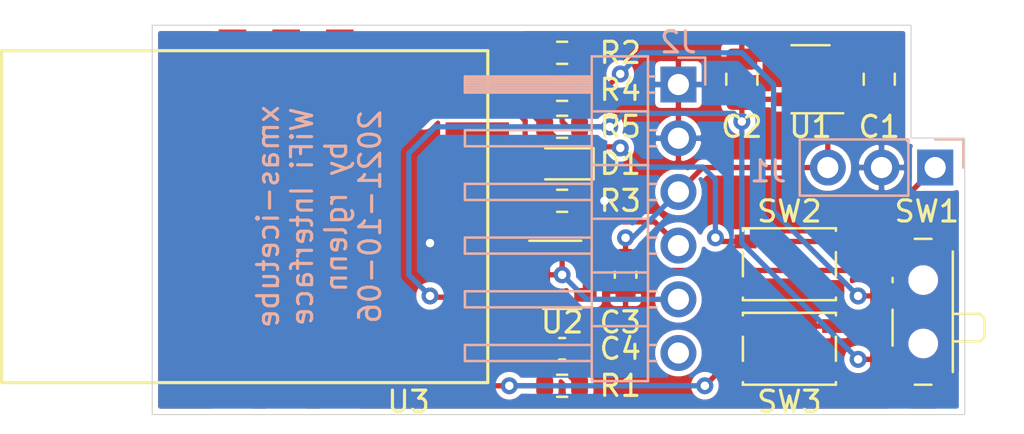
<source format=kicad_pcb>
(kicad_pcb (version 20171130) (host pcbnew "(5.1.9)-1")

  (general
    (thickness 1.6)
    (drawings 7)
    (tracks 145)
    (zones 0)
    (modules 18)
    (nets 18)
  )

  (page USLetter)
  (layers
    (0 F.Cu signal)
    (31 B.Cu signal)
    (32 B.Adhes user)
    (33 F.Adhes user)
    (34 B.Paste user)
    (35 F.Paste user)
    (36 B.SilkS user)
    (37 F.SilkS user)
    (38 B.Mask user)
    (39 F.Mask user)
    (40 Dwgs.User user)
    (41 Cmts.User user)
    (42 Eco1.User user)
    (43 Eco2.User user)
    (44 Edge.Cuts user)
    (45 Margin user)
    (46 B.CrtYd user)
    (47 F.CrtYd user)
    (48 B.Fab user)
    (49 F.Fab user)
  )

  (setup
    (last_trace_width 0.25)
    (trace_clearance 0.2)
    (zone_clearance 0.254)
    (zone_45_only no)
    (trace_min 0.2)
    (via_size 0.8)
    (via_drill 0.4)
    (via_min_size 0.4)
    (via_min_drill 0.3)
    (uvia_size 0.3)
    (uvia_drill 0.1)
    (uvias_allowed no)
    (uvia_min_size 0.2)
    (uvia_min_drill 0.1)
    (edge_width 0.05)
    (segment_width 0.2)
    (pcb_text_width 0.3)
    (pcb_text_size 1.5 1.5)
    (mod_edge_width 0.12)
    (mod_text_size 1 1)
    (mod_text_width 0.15)
    (pad_size 1.524 1.524)
    (pad_drill 0.762)
    (pad_to_mask_clearance 0)
    (aux_axis_origin 0 0)
    (visible_elements 7FFFFFFF)
    (pcbplotparams
      (layerselection 0x010fc_ffffffff)
      (usegerberextensions false)
      (usegerberattributes true)
      (usegerberadvancedattributes true)
      (creategerberjobfile true)
      (excludeedgelayer true)
      (linewidth 0.100000)
      (plotframeref false)
      (viasonmask false)
      (mode 1)
      (useauxorigin false)
      (hpglpennumber 1)
      (hpglpenspeed 20)
      (hpglpendiameter 15.000000)
      (psnegative false)
      (psa4output false)
      (plotreference true)
      (plotvalue true)
      (plotinvisibletext false)
      (padsonsilk false)
      (subtractmaskfromsilk false)
      (outputformat 1)
      (mirror false)
      (drillshape 1)
      (scaleselection 1)
      (outputdirectory ""))
  )

  (net 0 "")
  (net 1 +5V)
  (net 2 GND)
  (net 3 +3V3)
  (net 4 "Net-(D1-Pad1)")
  (net 5 "Net-(D1-Pad2)")
  (net 6 /TX_5V)
  (net 7 /RX)
  (net 8 /TX)
  (net 9 "Net-(J2-Pad6)")
  (net 10 /BUTTON)
  (net 11 "Net-(R2-Pad1)")
  (net 12 "Net-(R4-Pad1)")
  (net 13 /BOOT)
  (net 14 /RESET)
  (net 15 "Net-(U1-Pad4)")
  (net 16 "Net-(U3-Pad3)")
  (net 17 "Net-(U3-Pad2)")

  (net_class Default "This is the default net class."
    (clearance 0.2)
    (trace_width 0.25)
    (via_dia 0.8)
    (via_drill 0.4)
    (uvia_dia 0.3)
    (uvia_drill 0.1)
    (add_net +3V3)
    (add_net +5V)
    (add_net /BOOT)
    (add_net /BUTTON)
    (add_net /RESET)
    (add_net /RX)
    (add_net /TX)
    (add_net /TX_5V)
    (add_net GND)
    (add_net "Net-(D1-Pad1)")
    (add_net "Net-(D1-Pad2)")
    (add_net "Net-(J2-Pad6)")
    (add_net "Net-(R2-Pad1)")
    (add_net "Net-(R4-Pad1)")
    (add_net "Net-(U1-Pad4)")
    (add_net "Net-(U3-Pad2)")
    (add_net "Net-(U3-Pad3)")
  )

  (module esp-m3:ESP-M3 locked (layer F.Cu) (tedit 617F5F35) (tstamp 615F0463)
    (at 30.734 -10.25 90)
    (path /61600AB0)
    (fp_text reference U3 (at -8.75 9.25 180) (layer F.SilkS)
      (effects (font (size 1 1) (thickness 0.15)))
    )
    (fp_text value ESP-M3 (at 0 13.462 90) (layer F.Fab)
      (effects (font (size 1 1) (thickness 0.15)))
    )
    (fp_line (start 7.85 13) (end -7.85 13) (layer F.SilkS) (width 0.15))
    (fp_line (start 7.85 -10) (end 7.85 13) (layer F.SilkS) (width 0.15))
    (fp_line (start -7.85 -10) (end 7.85 -10) (layer F.SilkS) (width 0.15))
    (fp_line (start -7.85 13) (end -7.85 -10) (layer F.SilkS) (width 0.15))
    (pad 12 smd rect (at 7.35 0.92 180) (size 1.3 3) (layers F.Cu F.Paste F.Mask)
      (net 5 "Net-(D1-Pad2)"))
    (pad 11 smd rect (at 7.35 3.46 180) (size 1.3 3) (layers F.Cu F.Paste F.Mask)
      (net 12 "Net-(R4-Pad1)"))
    (pad 10 smd rect (at 7.35 6 180) (size 1.3 3) (layers F.Cu F.Paste F.Mask)
      (net 11 "Net-(R2-Pad1)"))
    (pad 1 smd rect (at -7.35 0.92 180) (size 1.3 3) (layers F.Cu F.Paste F.Mask)
      (net 10 /BUTTON))
    (pad 2 smd rect (at -7.35 3.46 180) (size 1.3 3) (layers F.Cu F.Paste F.Mask)
      (net 17 "Net-(U3-Pad2)"))
    (pad 3 smd rect (at -7.35 6 180) (size 1.3 3) (layers F.Cu F.Paste F.Mask)
      (net 16 "Net-(U3-Pad3)"))
    (pad 9 smd rect (at 6.35 12.5 90) (size 1.3 3) (layers F.Cu F.Paste F.Mask)
      (net 14 /RESET))
    (pad 8 smd rect (at 3.81 12.5 90) (size 1.3 3) (layers F.Cu F.Paste F.Mask)
      (net 7 /RX))
    (pad 7 smd rect (at 1.27 12.5 90) (size 1.3 3) (layers F.Cu F.Paste F.Mask)
      (net 8 /TX))
    (pad 6 smd rect (at -1.27 12.5 90) (size 1.3 3) (layers F.Cu F.Paste F.Mask)
      (net 2 GND))
    (pad 5 smd rect (at -3.81 12.5 90) (size 1.3 3) (layers F.Cu F.Paste F.Mask)
      (net 3 +3V3))
    (pad 4 smd rect (at -6.35 12.5 90) (size 1.3 3) (layers F.Cu F.Paste F.Mask)
      (net 3 +3V3))
  )

  (module Capacitor_SMD:C_0805_2012Metric locked (layer F.Cu) (tedit 5F68FEEE) (tstamp 615F02AC)
    (at 62.25 -16.75 90)
    (descr "Capacitor SMD 0805 (2012 Metric), square (rectangular) end terminal, IPC_7351 nominal, (Body size source: IPC-SM-782 page 76, https://www.pcb-3d.com/wordpress/wp-content/uploads/ipc-sm-782a_amendment_1_and_2.pdf, https://docs.google.com/spreadsheets/d/1BsfQQcO9C6DZCsRaXUlFlo91Tg2WpOkGARC1WS5S8t0/edit?usp=sharing), generated with kicad-footprint-generator")
    (tags capacitor)
    (path /615EBE0C)
    (attr smd)
    (fp_text reference C1 (at -2.25 0 180) (layer F.SilkS)
      (effects (font (size 1 1) (thickness 0.15)))
    )
    (fp_text value 10u (at 0 1.68 90) (layer F.Fab)
      (effects (font (size 1 1) (thickness 0.15)))
    )
    (fp_line (start 1.7 0.98) (end -1.7 0.98) (layer F.CrtYd) (width 0.05))
    (fp_line (start 1.7 -0.98) (end 1.7 0.98) (layer F.CrtYd) (width 0.05))
    (fp_line (start -1.7 -0.98) (end 1.7 -0.98) (layer F.CrtYd) (width 0.05))
    (fp_line (start -1.7 0.98) (end -1.7 -0.98) (layer F.CrtYd) (width 0.05))
    (fp_line (start -0.261252 0.735) (end 0.261252 0.735) (layer F.SilkS) (width 0.12))
    (fp_line (start -0.261252 -0.735) (end 0.261252 -0.735) (layer F.SilkS) (width 0.12))
    (fp_line (start 1 0.625) (end -1 0.625) (layer F.Fab) (width 0.1))
    (fp_line (start 1 -0.625) (end 1 0.625) (layer F.Fab) (width 0.1))
    (fp_line (start -1 -0.625) (end 1 -0.625) (layer F.Fab) (width 0.1))
    (fp_line (start -1 0.625) (end -1 -0.625) (layer F.Fab) (width 0.1))
    (fp_text user %R (at 0 0 90) (layer F.Fab)
      (effects (font (size 0.5 0.5) (thickness 0.08)))
    )
    (pad 1 smd roundrect (at -0.95 0 90) (size 1 1.45) (layers F.Cu F.Paste F.Mask) (roundrect_rratio 0.25)
      (net 1 +5V))
    (pad 2 smd roundrect (at 0.95 0 90) (size 1 1.45) (layers F.Cu F.Paste F.Mask) (roundrect_rratio 0.25)
      (net 2 GND))
    (model ${KISYS3DMOD}/Capacitor_SMD.3dshapes/C_0805_2012Metric.wrl
      (at (xyz 0 0 0))
      (scale (xyz 1 1 1))
      (rotate (xyz 0 0 0))
    )
  )

  (module Capacitor_SMD:C_0805_2012Metric locked (layer F.Cu) (tedit 5F68FEEE) (tstamp 615F02BD)
    (at 55.75 -16.75 90)
    (descr "Capacitor SMD 0805 (2012 Metric), square (rectangular) end terminal, IPC_7351 nominal, (Body size source: IPC-SM-782 page 76, https://www.pcb-3d.com/wordpress/wp-content/uploads/ipc-sm-782a_amendment_1_and_2.pdf, https://docs.google.com/spreadsheets/d/1BsfQQcO9C6DZCsRaXUlFlo91Tg2WpOkGARC1WS5S8t0/edit?usp=sharing), generated with kicad-footprint-generator")
    (tags capacitor)
    (path /615EBB95)
    (attr smd)
    (fp_text reference C2 (at -2.25 0 180) (layer F.SilkS)
      (effects (font (size 1 1) (thickness 0.15)))
    )
    (fp_text value 10u (at 0 1.68 90) (layer F.Fab)
      (effects (font (size 1 1) (thickness 0.15)))
    )
    (fp_line (start -1 0.625) (end -1 -0.625) (layer F.Fab) (width 0.1))
    (fp_line (start -1 -0.625) (end 1 -0.625) (layer F.Fab) (width 0.1))
    (fp_line (start 1 -0.625) (end 1 0.625) (layer F.Fab) (width 0.1))
    (fp_line (start 1 0.625) (end -1 0.625) (layer F.Fab) (width 0.1))
    (fp_line (start -0.261252 -0.735) (end 0.261252 -0.735) (layer F.SilkS) (width 0.12))
    (fp_line (start -0.261252 0.735) (end 0.261252 0.735) (layer F.SilkS) (width 0.12))
    (fp_line (start -1.7 0.98) (end -1.7 -0.98) (layer F.CrtYd) (width 0.05))
    (fp_line (start -1.7 -0.98) (end 1.7 -0.98) (layer F.CrtYd) (width 0.05))
    (fp_line (start 1.7 -0.98) (end 1.7 0.98) (layer F.CrtYd) (width 0.05))
    (fp_line (start 1.7 0.98) (end -1.7 0.98) (layer F.CrtYd) (width 0.05))
    (fp_text user %R (at 0 0 90) (layer F.Fab)
      (effects (font (size 0.5 0.5) (thickness 0.08)))
    )
    (pad 2 smd roundrect (at 0.95 0 90) (size 1 1.45) (layers F.Cu F.Paste F.Mask) (roundrect_rratio 0.25)
      (net 2 GND))
    (pad 1 smd roundrect (at -0.95 0 90) (size 1 1.45) (layers F.Cu F.Paste F.Mask) (roundrect_rratio 0.25)
      (net 3 +3V3))
    (model ${KISYS3DMOD}/Capacitor_SMD.3dshapes/C_0805_2012Metric.wrl
      (at (xyz 0 0 0))
      (scale (xyz 1 1 1))
      (rotate (xyz 0 0 0))
    )
  )

  (module Capacitor_SMD:C_0603_1608Metric locked (layer F.Cu) (tedit 5F68FEEE) (tstamp 615F02CE)
    (at 50.25 -7.5 270)
    (descr "Capacitor SMD 0603 (1608 Metric), square (rectangular) end terminal, IPC_7351 nominal, (Body size source: IPC-SM-782 page 76, https://www.pcb-3d.com/wordpress/wp-content/uploads/ipc-sm-782a_amendment_1_and_2.pdf), generated with kicad-footprint-generator")
    (tags capacitor)
    (path /615ED63A)
    (attr smd)
    (fp_text reference C3 (at 2.25 0.25 180) (layer F.SilkS)
      (effects (font (size 1 1) (thickness 0.15)))
    )
    (fp_text value 100n (at 0 1.43 90) (layer F.Fab)
      (effects (font (size 1 1) (thickness 0.15)))
    )
    (fp_line (start 1.48 0.73) (end -1.48 0.73) (layer F.CrtYd) (width 0.05))
    (fp_line (start 1.48 -0.73) (end 1.48 0.73) (layer F.CrtYd) (width 0.05))
    (fp_line (start -1.48 -0.73) (end 1.48 -0.73) (layer F.CrtYd) (width 0.05))
    (fp_line (start -1.48 0.73) (end -1.48 -0.73) (layer F.CrtYd) (width 0.05))
    (fp_line (start -0.14058 0.51) (end 0.14058 0.51) (layer F.SilkS) (width 0.12))
    (fp_line (start -0.14058 -0.51) (end 0.14058 -0.51) (layer F.SilkS) (width 0.12))
    (fp_line (start 0.8 0.4) (end -0.8 0.4) (layer F.Fab) (width 0.1))
    (fp_line (start 0.8 -0.4) (end 0.8 0.4) (layer F.Fab) (width 0.1))
    (fp_line (start -0.8 -0.4) (end 0.8 -0.4) (layer F.Fab) (width 0.1))
    (fp_line (start -0.8 0.4) (end -0.8 -0.4) (layer F.Fab) (width 0.1))
    (fp_text user %R (at 0 0 90) (layer F.Fab)
      (effects (font (size 0.4 0.4) (thickness 0.06)))
    )
    (pad 1 smd roundrect (at -0.775 0 270) (size 0.9 0.95) (layers F.Cu F.Paste F.Mask) (roundrect_rratio 0.25)
      (net 1 +5V))
    (pad 2 smd roundrect (at 0.775 0 270) (size 0.9 0.95) (layers F.Cu F.Paste F.Mask) (roundrect_rratio 0.25)
      (net 2 GND))
    (model ${KISYS3DMOD}/Capacitor_SMD.3dshapes/C_0603_1608Metric.wrl
      (at (xyz 0 0 0))
      (scale (xyz 1 1 1))
      (rotate (xyz 0 0 0))
    )
  )

  (module Capacitor_SMD:C_0603_1608Metric locked (layer F.Cu) (tedit 5F68FEEE) (tstamp 615F02DF)
    (at 47.25 -4)
    (descr "Capacitor SMD 0603 (1608 Metric), square (rectangular) end terminal, IPC_7351 nominal, (Body size source: IPC-SM-782 page 76, https://www.pcb-3d.com/wordpress/wp-content/uploads/ipc-sm-782a_amendment_1_and_2.pdf), generated with kicad-footprint-generator")
    (tags capacitor)
    (path /61614260)
    (attr smd)
    (fp_text reference C4 (at 2.75 0) (layer F.SilkS)
      (effects (font (size 1 1) (thickness 0.15)))
    )
    (fp_text value 100n (at 0 1.43) (layer F.Fab)
      (effects (font (size 1 1) (thickness 0.15)))
    )
    (fp_line (start -0.8 0.4) (end -0.8 -0.4) (layer F.Fab) (width 0.1))
    (fp_line (start -0.8 -0.4) (end 0.8 -0.4) (layer F.Fab) (width 0.1))
    (fp_line (start 0.8 -0.4) (end 0.8 0.4) (layer F.Fab) (width 0.1))
    (fp_line (start 0.8 0.4) (end -0.8 0.4) (layer F.Fab) (width 0.1))
    (fp_line (start -0.14058 -0.51) (end 0.14058 -0.51) (layer F.SilkS) (width 0.12))
    (fp_line (start -0.14058 0.51) (end 0.14058 0.51) (layer F.SilkS) (width 0.12))
    (fp_line (start -1.48 0.73) (end -1.48 -0.73) (layer F.CrtYd) (width 0.05))
    (fp_line (start -1.48 -0.73) (end 1.48 -0.73) (layer F.CrtYd) (width 0.05))
    (fp_line (start 1.48 -0.73) (end 1.48 0.73) (layer F.CrtYd) (width 0.05))
    (fp_line (start 1.48 0.73) (end -1.48 0.73) (layer F.CrtYd) (width 0.05))
    (fp_text user %R (at 0 0) (layer F.Fab)
      (effects (font (size 0.4 0.4) (thickness 0.06)))
    )
    (pad 2 smd roundrect (at 0.775 0) (size 0.9 0.95) (layers F.Cu F.Paste F.Mask) (roundrect_rratio 0.25)
      (net 2 GND))
    (pad 1 smd roundrect (at -0.775 0) (size 0.9 0.95) (layers F.Cu F.Paste F.Mask) (roundrect_rratio 0.25)
      (net 3 +3V3))
    (model ${KISYS3DMOD}/Capacitor_SMD.3dshapes/C_0603_1608Metric.wrl
      (at (xyz 0 0 0))
      (scale (xyz 1 1 1))
      (rotate (xyz 0 0 0))
    )
  )

  (module LED_SMD:LED_0603_1608Metric locked (layer F.Cu) (tedit 5F68FEF1) (tstamp 615F02F2)
    (at 47.25 -12.75 180)
    (descr "LED SMD 0603 (1608 Metric), square (rectangular) end terminal, IPC_7351 nominal, (Body size source: http://www.tortai-tech.com/upload/download/2011102023233369053.pdf), generated with kicad-footprint-generator")
    (tags LED)
    (path /61605966)
    (attr smd)
    (fp_text reference D1 (at -2.75 0) (layer F.SilkS)
      (effects (font (size 1 1) (thickness 0.15)))
    )
    (fp_text value LED (at 0 1.43) (layer F.Fab)
      (effects (font (size 1 1) (thickness 0.15)))
    )
    (fp_line (start 1.48 0.73) (end -1.48 0.73) (layer F.CrtYd) (width 0.05))
    (fp_line (start 1.48 -0.73) (end 1.48 0.73) (layer F.CrtYd) (width 0.05))
    (fp_line (start -1.48 -0.73) (end 1.48 -0.73) (layer F.CrtYd) (width 0.05))
    (fp_line (start -1.48 0.73) (end -1.48 -0.73) (layer F.CrtYd) (width 0.05))
    (fp_line (start -1.485 0.735) (end 0.8 0.735) (layer F.SilkS) (width 0.12))
    (fp_line (start -1.485 -0.735) (end -1.485 0.735) (layer F.SilkS) (width 0.12))
    (fp_line (start 0.8 -0.735) (end -1.485 -0.735) (layer F.SilkS) (width 0.12))
    (fp_line (start 0.8 0.4) (end 0.8 -0.4) (layer F.Fab) (width 0.1))
    (fp_line (start -0.8 0.4) (end 0.8 0.4) (layer F.Fab) (width 0.1))
    (fp_line (start -0.8 -0.1) (end -0.8 0.4) (layer F.Fab) (width 0.1))
    (fp_line (start -0.5 -0.4) (end -0.8 -0.1) (layer F.Fab) (width 0.1))
    (fp_line (start 0.8 -0.4) (end -0.5 -0.4) (layer F.Fab) (width 0.1))
    (fp_text user %R (at 0 0) (layer F.Fab)
      (effects (font (size 0.4 0.4) (thickness 0.06)))
    )
    (pad 1 smd roundrect (at -0.7875 0 180) (size 0.875 0.95) (layers F.Cu F.Paste F.Mask) (roundrect_rratio 0.25)
      (net 4 "Net-(D1-Pad1)"))
    (pad 2 smd roundrect (at 0.7875 0 180) (size 0.875 0.95) (layers F.Cu F.Paste F.Mask) (roundrect_rratio 0.25)
      (net 5 "Net-(D1-Pad2)"))
    (model ${KISYS3DMOD}/LED_SMD.3dshapes/LED_0603_1608Metric.wrl
      (at (xyz 0 0 0))
      (scale (xyz 1 1 1))
      (rotate (xyz 0 0 0))
    )
  )

  (module Connector_PinSocket_2.54mm:PinSocket_1x03_P2.54mm_Vertical locked (layer B.Cu) (tedit 5A19A429) (tstamp 615F0309)
    (at 64.897 -12.573 90)
    (descr "Through hole straight socket strip, 1x03, 2.54mm pitch, single row (from Kicad 4.0.7), script generated")
    (tags "Through hole socket strip THT 1x03 2.54mm single row")
    (path /615E6F58)
    (fp_text reference J1 (at -0.177 -7.897 -180) (layer B.SilkS)
      (effects (font (size 1 1) (thickness 0.15)) (justify mirror))
    )
    (fp_text value Conn_01x03 (at 0 -7.85 -90) (layer B.Fab)
      (effects (font (size 1 1) (thickness 0.15)) (justify mirror))
    )
    (fp_line (start -1.8 -6.85) (end -1.8 1.8) (layer B.CrtYd) (width 0.05))
    (fp_line (start 1.75 -6.85) (end -1.8 -6.85) (layer B.CrtYd) (width 0.05))
    (fp_line (start 1.75 1.8) (end 1.75 -6.85) (layer B.CrtYd) (width 0.05))
    (fp_line (start -1.8 1.8) (end 1.75 1.8) (layer B.CrtYd) (width 0.05))
    (fp_line (start 0 1.33) (end 1.33 1.33) (layer B.SilkS) (width 0.12))
    (fp_line (start 1.33 1.33) (end 1.33 0) (layer B.SilkS) (width 0.12))
    (fp_line (start 1.33 -1.27) (end 1.33 -6.41) (layer B.SilkS) (width 0.12))
    (fp_line (start -1.33 -6.41) (end 1.33 -6.41) (layer B.SilkS) (width 0.12))
    (fp_line (start -1.33 -1.27) (end -1.33 -6.41) (layer B.SilkS) (width 0.12))
    (fp_line (start -1.33 -1.27) (end 1.33 -1.27) (layer B.SilkS) (width 0.12))
    (fp_line (start -1.27 -6.35) (end -1.27 1.27) (layer B.Fab) (width 0.1))
    (fp_line (start 1.27 -6.35) (end -1.27 -6.35) (layer B.Fab) (width 0.1))
    (fp_line (start 1.27 0.635) (end 1.27 -6.35) (layer B.Fab) (width 0.1))
    (fp_line (start 0.635 1.27) (end 1.27 0.635) (layer B.Fab) (width 0.1))
    (fp_line (start -1.27 1.27) (end 0.635 1.27) (layer B.Fab) (width 0.1))
    (fp_text user %R (at 0 -2.54) (layer B.Fab)
      (effects (font (size 1 1) (thickness 0.15)) (justify mirror))
    )
    (pad 1 thru_hole rect (at 0 0 90) (size 1.7 1.7) (drill 1) (layers *.Cu *.Mask)
      (net 6 /TX_5V))
    (pad 2 thru_hole oval (at 0 -2.54 90) (size 1.7 1.7) (drill 1) (layers *.Cu *.Mask)
      (net 2 GND))
    (pad 3 thru_hole oval (at 0 -5.08 90) (size 1.7 1.7) (drill 1) (layers *.Cu *.Mask)
      (net 1 +5V))
    (model ${KISYS3DMOD}/Connector_PinSocket_2.54mm.3dshapes/PinSocket_1x03_P2.54mm_Vertical.wrl
      (at (xyz 0 0 0))
      (scale (xyz 1 1 1))
      (rotate (xyz 0 0 0))
    )
  )

  (module Connector_PinHeader_2.54mm:PinHeader_1x06_P2.54mm_Horizontal locked (layer B.Cu) (tedit 59FED5CB) (tstamp 615F0370)
    (at 52.75 -16.5 180)
    (descr "Through hole angled pin header, 1x06, 2.54mm pitch, 6mm pin length, single row")
    (tags "Through hole angled pin header THT 1x06 2.54mm single row")
    (path /615EF3E4)
    (fp_text reference J2 (at 0 2) (layer B.SilkS)
      (effects (font (size 1 1) (thickness 0.15)) (justify mirror))
    )
    (fp_text value Conn_01x06 (at 4.385 -14.97) (layer B.Fab)
      (effects (font (size 1 1) (thickness 0.15)) (justify mirror))
    )
    (fp_line (start 10.55 1.8) (end -1.8 1.8) (layer B.CrtYd) (width 0.05))
    (fp_line (start 10.55 -14.5) (end 10.55 1.8) (layer B.CrtYd) (width 0.05))
    (fp_line (start -1.8 -14.5) (end 10.55 -14.5) (layer B.CrtYd) (width 0.05))
    (fp_line (start -1.8 1.8) (end -1.8 -14.5) (layer B.CrtYd) (width 0.05))
    (fp_line (start -1.27 1.27) (end 0 1.27) (layer B.SilkS) (width 0.12))
    (fp_line (start -1.27 0) (end -1.27 1.27) (layer B.SilkS) (width 0.12))
    (fp_line (start 1.042929 -13.08) (end 1.44 -13.08) (layer B.SilkS) (width 0.12))
    (fp_line (start 1.042929 -12.32) (end 1.44 -12.32) (layer B.SilkS) (width 0.12))
    (fp_line (start 10.1 -13.08) (end 4.1 -13.08) (layer B.SilkS) (width 0.12))
    (fp_line (start 10.1 -12.32) (end 10.1 -13.08) (layer B.SilkS) (width 0.12))
    (fp_line (start 4.1 -12.32) (end 10.1 -12.32) (layer B.SilkS) (width 0.12))
    (fp_line (start 1.44 -11.43) (end 4.1 -11.43) (layer B.SilkS) (width 0.12))
    (fp_line (start 1.042929 -10.54) (end 1.44 -10.54) (layer B.SilkS) (width 0.12))
    (fp_line (start 1.042929 -9.78) (end 1.44 -9.78) (layer B.SilkS) (width 0.12))
    (fp_line (start 10.1 -10.54) (end 4.1 -10.54) (layer B.SilkS) (width 0.12))
    (fp_line (start 10.1 -9.78) (end 10.1 -10.54) (layer B.SilkS) (width 0.12))
    (fp_line (start 4.1 -9.78) (end 10.1 -9.78) (layer B.SilkS) (width 0.12))
    (fp_line (start 1.44 -8.89) (end 4.1 -8.89) (layer B.SilkS) (width 0.12))
    (fp_line (start 1.042929 -8) (end 1.44 -8) (layer B.SilkS) (width 0.12))
    (fp_line (start 1.042929 -7.24) (end 1.44 -7.24) (layer B.SilkS) (width 0.12))
    (fp_line (start 10.1 -8) (end 4.1 -8) (layer B.SilkS) (width 0.12))
    (fp_line (start 10.1 -7.24) (end 10.1 -8) (layer B.SilkS) (width 0.12))
    (fp_line (start 4.1 -7.24) (end 10.1 -7.24) (layer B.SilkS) (width 0.12))
    (fp_line (start 1.44 -6.35) (end 4.1 -6.35) (layer B.SilkS) (width 0.12))
    (fp_line (start 1.042929 -5.46) (end 1.44 -5.46) (layer B.SilkS) (width 0.12))
    (fp_line (start 1.042929 -4.7) (end 1.44 -4.7) (layer B.SilkS) (width 0.12))
    (fp_line (start 10.1 -5.46) (end 4.1 -5.46) (layer B.SilkS) (width 0.12))
    (fp_line (start 10.1 -4.7) (end 10.1 -5.46) (layer B.SilkS) (width 0.12))
    (fp_line (start 4.1 -4.7) (end 10.1 -4.7) (layer B.SilkS) (width 0.12))
    (fp_line (start 1.44 -3.81) (end 4.1 -3.81) (layer B.SilkS) (width 0.12))
    (fp_line (start 1.042929 -2.92) (end 1.44 -2.92) (layer B.SilkS) (width 0.12))
    (fp_line (start 1.042929 -2.16) (end 1.44 -2.16) (layer B.SilkS) (width 0.12))
    (fp_line (start 10.1 -2.92) (end 4.1 -2.92) (layer B.SilkS) (width 0.12))
    (fp_line (start 10.1 -2.16) (end 10.1 -2.92) (layer B.SilkS) (width 0.12))
    (fp_line (start 4.1 -2.16) (end 10.1 -2.16) (layer B.SilkS) (width 0.12))
    (fp_line (start 1.44 -1.27) (end 4.1 -1.27) (layer B.SilkS) (width 0.12))
    (fp_line (start 1.11 -0.38) (end 1.44 -0.38) (layer B.SilkS) (width 0.12))
    (fp_line (start 1.11 0.38) (end 1.44 0.38) (layer B.SilkS) (width 0.12))
    (fp_line (start 4.1 -0.28) (end 10.1 -0.28) (layer B.SilkS) (width 0.12))
    (fp_line (start 4.1 -0.16) (end 10.1 -0.16) (layer B.SilkS) (width 0.12))
    (fp_line (start 4.1 -0.04) (end 10.1 -0.04) (layer B.SilkS) (width 0.12))
    (fp_line (start 4.1 0.08) (end 10.1 0.08) (layer B.SilkS) (width 0.12))
    (fp_line (start 4.1 0.2) (end 10.1 0.2) (layer B.SilkS) (width 0.12))
    (fp_line (start 4.1 0.32) (end 10.1 0.32) (layer B.SilkS) (width 0.12))
    (fp_line (start 10.1 -0.38) (end 4.1 -0.38) (layer B.SilkS) (width 0.12))
    (fp_line (start 10.1 0.38) (end 10.1 -0.38) (layer B.SilkS) (width 0.12))
    (fp_line (start 4.1 0.38) (end 10.1 0.38) (layer B.SilkS) (width 0.12))
    (fp_line (start 4.1 1.33) (end 1.44 1.33) (layer B.SilkS) (width 0.12))
    (fp_line (start 4.1 -14.03) (end 4.1 1.33) (layer B.SilkS) (width 0.12))
    (fp_line (start 1.44 -14.03) (end 4.1 -14.03) (layer B.SilkS) (width 0.12))
    (fp_line (start 1.44 1.33) (end 1.44 -14.03) (layer B.SilkS) (width 0.12))
    (fp_line (start 4.04 -13.02) (end 10.04 -13.02) (layer B.Fab) (width 0.1))
    (fp_line (start 10.04 -12.38) (end 10.04 -13.02) (layer B.Fab) (width 0.1))
    (fp_line (start 4.04 -12.38) (end 10.04 -12.38) (layer B.Fab) (width 0.1))
    (fp_line (start -0.32 -13.02) (end 1.5 -13.02) (layer B.Fab) (width 0.1))
    (fp_line (start -0.32 -12.38) (end -0.32 -13.02) (layer B.Fab) (width 0.1))
    (fp_line (start -0.32 -12.38) (end 1.5 -12.38) (layer B.Fab) (width 0.1))
    (fp_line (start 4.04 -10.48) (end 10.04 -10.48) (layer B.Fab) (width 0.1))
    (fp_line (start 10.04 -9.84) (end 10.04 -10.48) (layer B.Fab) (width 0.1))
    (fp_line (start 4.04 -9.84) (end 10.04 -9.84) (layer B.Fab) (width 0.1))
    (fp_line (start -0.32 -10.48) (end 1.5 -10.48) (layer B.Fab) (width 0.1))
    (fp_line (start -0.32 -9.84) (end -0.32 -10.48) (layer B.Fab) (width 0.1))
    (fp_line (start -0.32 -9.84) (end 1.5 -9.84) (layer B.Fab) (width 0.1))
    (fp_line (start 4.04 -7.94) (end 10.04 -7.94) (layer B.Fab) (width 0.1))
    (fp_line (start 10.04 -7.3) (end 10.04 -7.94) (layer B.Fab) (width 0.1))
    (fp_line (start 4.04 -7.3) (end 10.04 -7.3) (layer B.Fab) (width 0.1))
    (fp_line (start -0.32 -7.94) (end 1.5 -7.94) (layer B.Fab) (width 0.1))
    (fp_line (start -0.32 -7.3) (end -0.32 -7.94) (layer B.Fab) (width 0.1))
    (fp_line (start -0.32 -7.3) (end 1.5 -7.3) (layer B.Fab) (width 0.1))
    (fp_line (start 4.04 -5.4) (end 10.04 -5.4) (layer B.Fab) (width 0.1))
    (fp_line (start 10.04 -4.76) (end 10.04 -5.4) (layer B.Fab) (width 0.1))
    (fp_line (start 4.04 -4.76) (end 10.04 -4.76) (layer B.Fab) (width 0.1))
    (fp_line (start -0.32 -5.4) (end 1.5 -5.4) (layer B.Fab) (width 0.1))
    (fp_line (start -0.32 -4.76) (end -0.32 -5.4) (layer B.Fab) (width 0.1))
    (fp_line (start -0.32 -4.76) (end 1.5 -4.76) (layer B.Fab) (width 0.1))
    (fp_line (start 4.04 -2.86) (end 10.04 -2.86) (layer B.Fab) (width 0.1))
    (fp_line (start 10.04 -2.22) (end 10.04 -2.86) (layer B.Fab) (width 0.1))
    (fp_line (start 4.04 -2.22) (end 10.04 -2.22) (layer B.Fab) (width 0.1))
    (fp_line (start -0.32 -2.86) (end 1.5 -2.86) (layer B.Fab) (width 0.1))
    (fp_line (start -0.32 -2.22) (end -0.32 -2.86) (layer B.Fab) (width 0.1))
    (fp_line (start -0.32 -2.22) (end 1.5 -2.22) (layer B.Fab) (width 0.1))
    (fp_line (start 4.04 -0.32) (end 10.04 -0.32) (layer B.Fab) (width 0.1))
    (fp_line (start 10.04 0.32) (end 10.04 -0.32) (layer B.Fab) (width 0.1))
    (fp_line (start 4.04 0.32) (end 10.04 0.32) (layer B.Fab) (width 0.1))
    (fp_line (start -0.32 -0.32) (end 1.5 -0.32) (layer B.Fab) (width 0.1))
    (fp_line (start -0.32 0.32) (end -0.32 -0.32) (layer B.Fab) (width 0.1))
    (fp_line (start -0.32 0.32) (end 1.5 0.32) (layer B.Fab) (width 0.1))
    (fp_line (start 1.5 0.635) (end 2.135 1.27) (layer B.Fab) (width 0.1))
    (fp_line (start 1.5 -13.97) (end 1.5 0.635) (layer B.Fab) (width 0.1))
    (fp_line (start 4.04 -13.97) (end 1.5 -13.97) (layer B.Fab) (width 0.1))
    (fp_line (start 4.04 1.27) (end 4.04 -13.97) (layer B.Fab) (width 0.1))
    (fp_line (start 2.135 1.27) (end 4.04 1.27) (layer B.Fab) (width 0.1))
    (fp_text user %R (at 2.77 -6.35 -90) (layer B.Fab)
      (effects (font (size 1 1) (thickness 0.15)) (justify mirror))
    )
    (pad 1 thru_hole rect (at 0 0 180) (size 1.7 1.7) (drill 1) (layers *.Cu *.Mask)
      (net 2 GND))
    (pad 2 thru_hole oval (at 0 -2.54 180) (size 1.7 1.7) (drill 1) (layers *.Cu *.Mask)
      (net 2 GND))
    (pad 3 thru_hole oval (at 0 -5.08 180) (size 1.7 1.7) (drill 1) (layers *.Cu *.Mask)
      (net 1 +5V))
    (pad 4 thru_hole oval (at 0 -7.62 180) (size 1.7 1.7) (drill 1) (layers *.Cu *.Mask)
      (net 7 /RX))
    (pad 5 thru_hole oval (at 0 -10.16 180) (size 1.7 1.7) (drill 1) (layers *.Cu *.Mask)
      (net 8 /TX))
    (pad 6 thru_hole oval (at 0 -12.7 180) (size 1.7 1.7) (drill 1) (layers *.Cu *.Mask)
      (net 9 "Net-(J2-Pad6)"))
    (model ${KISYS3DMOD}/Connector_PinHeader_2.54mm.3dshapes/PinHeader_1x06_P2.54mm_Horizontal.wrl
      (at (xyz 0 0 0))
      (scale (xyz 1 1 1))
      (rotate (xyz 0 0 0))
    )
  )

  (module Resistor_SMD:R_0603_1608Metric locked (layer F.Cu) (tedit 5F68FEEE) (tstamp 615F0381)
    (at 47.25 -2.25)
    (descr "Resistor SMD 0603 (1608 Metric), square (rectangular) end terminal, IPC_7351 nominal, (Body size source: IPC-SM-782 page 72, https://www.pcb-3d.com/wordpress/wp-content/uploads/ipc-sm-782a_amendment_1_and_2.pdf), generated with kicad-footprint-generator")
    (tags resistor)
    (path /61629215)
    (attr smd)
    (fp_text reference R1 (at 2.75 0) (layer F.SilkS)
      (effects (font (size 1 1) (thickness 0.15)))
    )
    (fp_text value 4.7K (at 0 1.43) (layer F.Fab)
      (effects (font (size 1 1) (thickness 0.15)))
    )
    (fp_line (start -0.8 0.4125) (end -0.8 -0.4125) (layer F.Fab) (width 0.1))
    (fp_line (start -0.8 -0.4125) (end 0.8 -0.4125) (layer F.Fab) (width 0.1))
    (fp_line (start 0.8 -0.4125) (end 0.8 0.4125) (layer F.Fab) (width 0.1))
    (fp_line (start 0.8 0.4125) (end -0.8 0.4125) (layer F.Fab) (width 0.1))
    (fp_line (start -0.237258 -0.5225) (end 0.237258 -0.5225) (layer F.SilkS) (width 0.12))
    (fp_line (start -0.237258 0.5225) (end 0.237258 0.5225) (layer F.SilkS) (width 0.12))
    (fp_line (start -1.48 0.73) (end -1.48 -0.73) (layer F.CrtYd) (width 0.05))
    (fp_line (start -1.48 -0.73) (end 1.48 -0.73) (layer F.CrtYd) (width 0.05))
    (fp_line (start 1.48 -0.73) (end 1.48 0.73) (layer F.CrtYd) (width 0.05))
    (fp_line (start 1.48 0.73) (end -1.48 0.73) (layer F.CrtYd) (width 0.05))
    (fp_text user %R (at 0 0) (layer F.Fab)
      (effects (font (size 0.4 0.4) (thickness 0.06)))
    )
    (pad 2 smd roundrect (at 0.825 0) (size 0.8 0.95) (layers F.Cu F.Paste F.Mask) (roundrect_rratio 0.25)
      (net 3 +3V3))
    (pad 1 smd roundrect (at -0.825 0) (size 0.8 0.95) (layers F.Cu F.Paste F.Mask) (roundrect_rratio 0.25)
      (net 10 /BUTTON))
    (model ${KISYS3DMOD}/Resistor_SMD.3dshapes/R_0603_1608Metric.wrl
      (at (xyz 0 0 0))
      (scale (xyz 1 1 1))
      (rotate (xyz 0 0 0))
    )
  )

  (module Resistor_SMD:R_0603_1608Metric locked (layer F.Cu) (tedit 5F68FEEE) (tstamp 615F0392)
    (at 47.25 -18)
    (descr "Resistor SMD 0603 (1608 Metric), square (rectangular) end terminal, IPC_7351 nominal, (Body size source: IPC-SM-782 page 72, https://www.pcb-3d.com/wordpress/wp-content/uploads/ipc-sm-782a_amendment_1_and_2.pdf), generated with kicad-footprint-generator")
    (tags resistor)
    (path /61609603)
    (attr smd)
    (fp_text reference R2 (at 2.75 0) (layer F.SilkS)
      (effects (font (size 1 1) (thickness 0.15)))
    )
    (fp_text value 4.7K (at 0 1.43) (layer F.Fab)
      (effects (font (size 1 1) (thickness 0.15)))
    )
    (fp_line (start 1.48 0.73) (end -1.48 0.73) (layer F.CrtYd) (width 0.05))
    (fp_line (start 1.48 -0.73) (end 1.48 0.73) (layer F.CrtYd) (width 0.05))
    (fp_line (start -1.48 -0.73) (end 1.48 -0.73) (layer F.CrtYd) (width 0.05))
    (fp_line (start -1.48 0.73) (end -1.48 -0.73) (layer F.CrtYd) (width 0.05))
    (fp_line (start -0.237258 0.5225) (end 0.237258 0.5225) (layer F.SilkS) (width 0.12))
    (fp_line (start -0.237258 -0.5225) (end 0.237258 -0.5225) (layer F.SilkS) (width 0.12))
    (fp_line (start 0.8 0.4125) (end -0.8 0.4125) (layer F.Fab) (width 0.1))
    (fp_line (start 0.8 -0.4125) (end 0.8 0.4125) (layer F.Fab) (width 0.1))
    (fp_line (start -0.8 -0.4125) (end 0.8 -0.4125) (layer F.Fab) (width 0.1))
    (fp_line (start -0.8 0.4125) (end -0.8 -0.4125) (layer F.Fab) (width 0.1))
    (fp_text user %R (at 0 0) (layer F.Fab)
      (effects (font (size 0.4 0.4) (thickness 0.06)))
    )
    (pad 1 smd roundrect (at -0.825 0) (size 0.8 0.95) (layers F.Cu F.Paste F.Mask) (roundrect_rratio 0.25)
      (net 11 "Net-(R2-Pad1)"))
    (pad 2 smd roundrect (at 0.825 0) (size 0.8 0.95) (layers F.Cu F.Paste F.Mask) (roundrect_rratio 0.25)
      (net 3 +3V3))
    (model ${KISYS3DMOD}/Resistor_SMD.3dshapes/R_0603_1608Metric.wrl
      (at (xyz 0 0 0))
      (scale (xyz 1 1 1))
      (rotate (xyz 0 0 0))
    )
  )

  (module Resistor_SMD:R_0603_1608Metric locked (layer F.Cu) (tedit 5F68FEEE) (tstamp 615F03A3)
    (at 47.25 -11 180)
    (descr "Resistor SMD 0603 (1608 Metric), square (rectangular) end terminal, IPC_7351 nominal, (Body size source: IPC-SM-782 page 72, https://www.pcb-3d.com/wordpress/wp-content/uploads/ipc-sm-782a_amendment_1_and_2.pdf), generated with kicad-footprint-generator")
    (tags resistor)
    (path /616063FC)
    (attr smd)
    (fp_text reference R3 (at -2.75 0) (layer F.SilkS)
      (effects (font (size 1 1) (thickness 0.15)))
    )
    (fp_text value 1K (at 0 1.43) (layer F.Fab)
      (effects (font (size 1 1) (thickness 0.15)))
    )
    (fp_line (start 1.48 0.73) (end -1.48 0.73) (layer F.CrtYd) (width 0.05))
    (fp_line (start 1.48 -0.73) (end 1.48 0.73) (layer F.CrtYd) (width 0.05))
    (fp_line (start -1.48 -0.73) (end 1.48 -0.73) (layer F.CrtYd) (width 0.05))
    (fp_line (start -1.48 0.73) (end -1.48 -0.73) (layer F.CrtYd) (width 0.05))
    (fp_line (start -0.237258 0.5225) (end 0.237258 0.5225) (layer F.SilkS) (width 0.12))
    (fp_line (start -0.237258 -0.5225) (end 0.237258 -0.5225) (layer F.SilkS) (width 0.12))
    (fp_line (start 0.8 0.4125) (end -0.8 0.4125) (layer F.Fab) (width 0.1))
    (fp_line (start 0.8 -0.4125) (end 0.8 0.4125) (layer F.Fab) (width 0.1))
    (fp_line (start -0.8 -0.4125) (end 0.8 -0.4125) (layer F.Fab) (width 0.1))
    (fp_line (start -0.8 0.4125) (end -0.8 -0.4125) (layer F.Fab) (width 0.1))
    (fp_text user %R (at 0 0) (layer F.Fab)
      (effects (font (size 0.4 0.4) (thickness 0.06)))
    )
    (pad 1 smd roundrect (at -0.825 0 180) (size 0.8 0.95) (layers F.Cu F.Paste F.Mask) (roundrect_rratio 0.25)
      (net 2 GND))
    (pad 2 smd roundrect (at 0.825 0 180) (size 0.8 0.95) (layers F.Cu F.Paste F.Mask) (roundrect_rratio 0.25)
      (net 4 "Net-(D1-Pad1)"))
    (model ${KISYS3DMOD}/Resistor_SMD.3dshapes/R_0603_1608Metric.wrl
      (at (xyz 0 0 0))
      (scale (xyz 1 1 1))
      (rotate (xyz 0 0 0))
    )
  )

  (module Resistor_SMD:R_0603_1608Metric locked (layer F.Cu) (tedit 5F68FEEE) (tstamp 615F03B4)
    (at 47.25 -16.25)
    (descr "Resistor SMD 0603 (1608 Metric), square (rectangular) end terminal, IPC_7351 nominal, (Body size source: IPC-SM-782 page 72, https://www.pcb-3d.com/wordpress/wp-content/uploads/ipc-sm-782a_amendment_1_and_2.pdf), generated with kicad-footprint-generator")
    (tags resistor)
    (path /6160C435)
    (attr smd)
    (fp_text reference R4 (at 2.75 0) (layer F.SilkS)
      (effects (font (size 1 1) (thickness 0.15)))
    )
    (fp_text value 4.7K (at 0 1.43) (layer F.Fab)
      (effects (font (size 1 1) (thickness 0.15)))
    )
    (fp_line (start 1.48 0.73) (end -1.48 0.73) (layer F.CrtYd) (width 0.05))
    (fp_line (start 1.48 -0.73) (end 1.48 0.73) (layer F.CrtYd) (width 0.05))
    (fp_line (start -1.48 -0.73) (end 1.48 -0.73) (layer F.CrtYd) (width 0.05))
    (fp_line (start -1.48 0.73) (end -1.48 -0.73) (layer F.CrtYd) (width 0.05))
    (fp_line (start -0.237258 0.5225) (end 0.237258 0.5225) (layer F.SilkS) (width 0.12))
    (fp_line (start -0.237258 -0.5225) (end 0.237258 -0.5225) (layer F.SilkS) (width 0.12))
    (fp_line (start 0.8 0.4125) (end -0.8 0.4125) (layer F.Fab) (width 0.1))
    (fp_line (start 0.8 -0.4125) (end 0.8 0.4125) (layer F.Fab) (width 0.1))
    (fp_line (start -0.8 -0.4125) (end 0.8 -0.4125) (layer F.Fab) (width 0.1))
    (fp_line (start -0.8 0.4125) (end -0.8 -0.4125) (layer F.Fab) (width 0.1))
    (fp_text user %R (at 0 0) (layer F.Fab)
      (effects (font (size 0.4 0.4) (thickness 0.06)))
    )
    (pad 1 smd roundrect (at -0.825 0) (size 0.8 0.95) (layers F.Cu F.Paste F.Mask) (roundrect_rratio 0.25)
      (net 12 "Net-(R4-Pad1)"))
    (pad 2 smd roundrect (at 0.825 0) (size 0.8 0.95) (layers F.Cu F.Paste F.Mask) (roundrect_rratio 0.25)
      (net 13 /BOOT))
    (model ${KISYS3DMOD}/Resistor_SMD.3dshapes/R_0603_1608Metric.wrl
      (at (xyz 0 0 0))
      (scale (xyz 1 1 1))
      (rotate (xyz 0 0 0))
    )
  )

  (module Resistor_SMD:R_0603_1608Metric locked (layer F.Cu) (tedit 5F68FEEE) (tstamp 615F03C5)
    (at 47.25 -14.5)
    (descr "Resistor SMD 0603 (1608 Metric), square (rectangular) end terminal, IPC_7351 nominal, (Body size source: IPC-SM-782 page 72, https://www.pcb-3d.com/wordpress/wp-content/uploads/ipc-sm-782a_amendment_1_and_2.pdf), generated with kicad-footprint-generator")
    (tags resistor)
    (path /6160A8FB)
    (attr smd)
    (fp_text reference R5 (at 2.75 0) (layer F.SilkS)
      (effects (font (size 1 1) (thickness 0.15)))
    )
    (fp_text value 4.7K (at 0 1.43) (layer F.Fab)
      (effects (font (size 1 1) (thickness 0.15)))
    )
    (fp_line (start -0.8 0.4125) (end -0.8 -0.4125) (layer F.Fab) (width 0.1))
    (fp_line (start -0.8 -0.4125) (end 0.8 -0.4125) (layer F.Fab) (width 0.1))
    (fp_line (start 0.8 -0.4125) (end 0.8 0.4125) (layer F.Fab) (width 0.1))
    (fp_line (start 0.8 0.4125) (end -0.8 0.4125) (layer F.Fab) (width 0.1))
    (fp_line (start -0.237258 -0.5225) (end 0.237258 -0.5225) (layer F.SilkS) (width 0.12))
    (fp_line (start -0.237258 0.5225) (end 0.237258 0.5225) (layer F.SilkS) (width 0.12))
    (fp_line (start -1.48 0.73) (end -1.48 -0.73) (layer F.CrtYd) (width 0.05))
    (fp_line (start -1.48 -0.73) (end 1.48 -0.73) (layer F.CrtYd) (width 0.05))
    (fp_line (start 1.48 -0.73) (end 1.48 0.73) (layer F.CrtYd) (width 0.05))
    (fp_line (start 1.48 0.73) (end -1.48 0.73) (layer F.CrtYd) (width 0.05))
    (fp_text user %R (at 0 0) (layer F.Fab)
      (effects (font (size 0.4 0.4) (thickness 0.06)))
    )
    (pad 2 smd roundrect (at 0.825 0) (size 0.8 0.95) (layers F.Cu F.Paste F.Mask) (roundrect_rratio 0.25)
      (net 3 +3V3))
    (pad 1 smd roundrect (at -0.825 0) (size 0.8 0.95) (layers F.Cu F.Paste F.Mask) (roundrect_rratio 0.25)
      (net 14 /RESET))
    (model ${KISYS3DMOD}/Resistor_SMD.3dshapes/R_0603_1608Metric.wrl
      (at (xyz 0 0 0))
      (scale (xyz 1 1 1))
      (rotate (xyz 0 0 0))
    )
  )

  (module Button_Switch_SMD:SW_SPDT_PCM12 locked (layer F.Cu) (tedit 5A02FC95) (tstamp 615F03EF)
    (at 64 -5.75 90)
    (descr "Ultraminiature Surface Mount Slide Switch, right-angle, https://www.ckswitches.com/media/1424/pcm.pdf")
    (path /6160EEFE)
    (attr smd)
    (fp_text reference SW1 (at 4.75 0.5 180) (layer F.SilkS)
      (effects (font (size 1 1) (thickness 0.15)))
    )
    (fp_text value SW_SPDT (at 0 4.25 90) (layer F.Fab)
      (effects (font (size 1 1) (thickness 0.15)))
    )
    (fp_line (start 3.45 0.72) (end 3.45 -0.07) (layer F.SilkS) (width 0.12))
    (fp_line (start -3.45 -0.07) (end -3.45 0.72) (layer F.SilkS) (width 0.12))
    (fp_line (start -1.6 -1.12) (end 0.1 -1.12) (layer F.SilkS) (width 0.12))
    (fp_line (start -2.85 1.73) (end 2.85 1.73) (layer F.SilkS) (width 0.12))
    (fp_line (start -0.1 3.02) (end -0.1 1.73) (layer F.SilkS) (width 0.12))
    (fp_line (start -1.2 3.23) (end -0.3 3.23) (layer F.SilkS) (width 0.12))
    (fp_line (start -1.4 1.73) (end -1.4 3.02) (layer F.SilkS) (width 0.12))
    (fp_line (start -0.1 3.02) (end -0.3 3.23) (layer F.SilkS) (width 0.12))
    (fp_line (start -1.4 3.02) (end -1.2 3.23) (layer F.SilkS) (width 0.12))
    (fp_line (start -4.4 2.1) (end -4.4 -2.45) (layer F.CrtYd) (width 0.05))
    (fp_line (start -1.65 2.1) (end -4.4 2.1) (layer F.CrtYd) (width 0.05))
    (fp_line (start -1.65 3.4) (end -1.65 2.1) (layer F.CrtYd) (width 0.05))
    (fp_line (start 1.65 3.4) (end -1.65 3.4) (layer F.CrtYd) (width 0.05))
    (fp_line (start 1.65 2.1) (end 1.65 3.4) (layer F.CrtYd) (width 0.05))
    (fp_line (start 4.4 2.1) (end 1.65 2.1) (layer F.CrtYd) (width 0.05))
    (fp_line (start 4.4 -2.45) (end 4.4 2.1) (layer F.CrtYd) (width 0.05))
    (fp_line (start -4.4 -2.45) (end 4.4 -2.45) (layer F.CrtYd) (width 0.05))
    (fp_line (start 1.4 -1.12) (end 1.6 -1.12) (layer F.SilkS) (width 0.12))
    (fp_line (start 3.35 -1) (end -3.35 -1) (layer F.Fab) (width 0.1))
    (fp_line (start 3.35 1.6) (end 3.35 -1) (layer F.Fab) (width 0.1))
    (fp_line (start -3.35 1.6) (end 3.35 1.6) (layer F.Fab) (width 0.1))
    (fp_line (start -3.35 -1) (end -3.35 1.6) (layer F.Fab) (width 0.1))
    (fp_line (start -0.1 2.9) (end -0.1 1.6) (layer F.Fab) (width 0.1))
    (fp_line (start -0.15 2.95) (end -0.1 2.9) (layer F.Fab) (width 0.1))
    (fp_line (start -0.35 3.15) (end -0.15 2.95) (layer F.Fab) (width 0.1))
    (fp_line (start -1.2 3.15) (end -0.35 3.15) (layer F.Fab) (width 0.1))
    (fp_line (start -1.4 2.95) (end -1.2 3.15) (layer F.Fab) (width 0.1))
    (fp_line (start -1.4 1.65) (end -1.4 2.95) (layer F.Fab) (width 0.1))
    (fp_text user %R (at 0 -3.2 90) (layer F.Fab)
      (effects (font (size 1 1) (thickness 0.15)))
    )
    (pad "" np_thru_hole circle (at -1.5 0.33 90) (size 0.9 0.9) (drill 0.9) (layers *.Cu *.Mask))
    (pad "" np_thru_hole circle (at 1.5 0.33 90) (size 0.9 0.9) (drill 0.9) (layers *.Cu *.Mask))
    (pad 1 smd rect (at -2.25 -1.43 90) (size 0.7 1.5) (layers F.Cu F.Paste F.Mask)
      (net 3 +3V3))
    (pad 2 smd rect (at 0.75 -1.43 90) (size 0.7 1.5) (layers F.Cu F.Paste F.Mask)
      (net 13 /BOOT))
    (pad 3 smd rect (at 2.25 -1.43 90) (size 0.7 1.5) (layers F.Cu F.Paste F.Mask)
      (net 2 GND))
    (pad "" smd rect (at -3.65 1.43 90) (size 1 0.8) (layers F.Cu F.Paste F.Mask))
    (pad "" smd rect (at 3.65 1.43 90) (size 1 0.8) (layers F.Cu F.Paste F.Mask))
    (pad "" smd rect (at 3.65 -0.78 90) (size 1 0.8) (layers F.Cu F.Paste F.Mask))
    (pad "" smd rect (at -3.65 -0.78 90) (size 1 0.8) (layers F.Cu F.Paste F.Mask))
    (model ${KISYS3DMOD}/Button_Switch_SMD.3dshapes/SW_SPDT_PCM12.wrl
      (at (xyz 0 0 0))
      (scale (xyz 1 1 1))
      (rotate (xyz 0 0 0))
    )
  )

  (module Package_TO_SOT_SMD:SOT-23-5 locked (layer F.Cu) (tedit 5A02FF57) (tstamp 615F043A)
    (at 59 -16.75 180)
    (descr "5-pin SOT23 package")
    (tags SOT-23-5)
    (path /615E5591)
    (attr smd)
    (fp_text reference U1 (at 0 -2.25) (layer F.SilkS)
      (effects (font (size 1 1) (thickness 0.15)))
    )
    (fp_text value AP2112K-3.3 (at 0 2.9) (layer F.Fab)
      (effects (font (size 1 1) (thickness 0.15)))
    )
    (fp_line (start 0.9 -1.55) (end 0.9 1.55) (layer F.Fab) (width 0.1))
    (fp_line (start 0.9 1.55) (end -0.9 1.55) (layer F.Fab) (width 0.1))
    (fp_line (start -0.9 -0.9) (end -0.9 1.55) (layer F.Fab) (width 0.1))
    (fp_line (start 0.9 -1.55) (end -0.25 -1.55) (layer F.Fab) (width 0.1))
    (fp_line (start -0.9 -0.9) (end -0.25 -1.55) (layer F.Fab) (width 0.1))
    (fp_line (start -1.9 1.8) (end -1.9 -1.8) (layer F.CrtYd) (width 0.05))
    (fp_line (start 1.9 1.8) (end -1.9 1.8) (layer F.CrtYd) (width 0.05))
    (fp_line (start 1.9 -1.8) (end 1.9 1.8) (layer F.CrtYd) (width 0.05))
    (fp_line (start -1.9 -1.8) (end 1.9 -1.8) (layer F.CrtYd) (width 0.05))
    (fp_line (start 0.9 -1.61) (end -1.55 -1.61) (layer F.SilkS) (width 0.12))
    (fp_line (start -0.9 1.61) (end 0.9 1.61) (layer F.SilkS) (width 0.12))
    (fp_text user %R (at 0 0 90) (layer F.Fab)
      (effects (font (size 0.5 0.5) (thickness 0.075)))
    )
    (pad 1 smd rect (at -1.1 -0.95 180) (size 1.06 0.65) (layers F.Cu F.Paste F.Mask)
      (net 1 +5V))
    (pad 2 smd rect (at -1.1 0 180) (size 1.06 0.65) (layers F.Cu F.Paste F.Mask)
      (net 2 GND))
    (pad 3 smd rect (at -1.1 0.95 180) (size 1.06 0.65) (layers F.Cu F.Paste F.Mask)
      (net 1 +5V))
    (pad 4 smd rect (at 1.1 0.95 180) (size 1.06 0.65) (layers F.Cu F.Paste F.Mask)
      (net 15 "Net-(U1-Pad4)"))
    (pad 5 smd rect (at 1.1 -0.95 180) (size 1.06 0.65) (layers F.Cu F.Paste F.Mask)
      (net 3 +3V3))
    (model ${KISYS3DMOD}/Package_TO_SOT_SMD.3dshapes/SOT-23-5.wrl
      (at (xyz 0 0 0))
      (scale (xyz 1 1 1))
      (rotate (xyz 0 0 0))
    )
  )

  (module Package_TO_SOT_SMD:SOT-23-5 locked (layer F.Cu) (tedit 5A02FF57) (tstamp 615F044F)
    (at 47.25 -7.5)
    (descr "5-pin SOT23 package")
    (tags SOT-23-5)
    (path /615E8084)
    (attr smd)
    (fp_text reference U2 (at 0 2.25) (layer F.SilkS)
      (effects (font (size 1 1) (thickness 0.15)))
    )
    (fp_text value 74AHCT1G125 (at 0 2.9) (layer F.Fab)
      (effects (font (size 1 1) (thickness 0.15)))
    )
    (fp_line (start -0.9 1.61) (end 0.9 1.61) (layer F.SilkS) (width 0.12))
    (fp_line (start 0.9 -1.61) (end -1.55 -1.61) (layer F.SilkS) (width 0.12))
    (fp_line (start -1.9 -1.8) (end 1.9 -1.8) (layer F.CrtYd) (width 0.05))
    (fp_line (start 1.9 -1.8) (end 1.9 1.8) (layer F.CrtYd) (width 0.05))
    (fp_line (start 1.9 1.8) (end -1.9 1.8) (layer F.CrtYd) (width 0.05))
    (fp_line (start -1.9 1.8) (end -1.9 -1.8) (layer F.CrtYd) (width 0.05))
    (fp_line (start -0.9 -0.9) (end -0.25 -1.55) (layer F.Fab) (width 0.1))
    (fp_line (start 0.9 -1.55) (end -0.25 -1.55) (layer F.Fab) (width 0.1))
    (fp_line (start -0.9 -0.9) (end -0.9 1.55) (layer F.Fab) (width 0.1))
    (fp_line (start 0.9 1.55) (end -0.9 1.55) (layer F.Fab) (width 0.1))
    (fp_line (start 0.9 -1.55) (end 0.9 1.55) (layer F.Fab) (width 0.1))
    (fp_text user %R (at 0 0 90) (layer F.Fab)
      (effects (font (size 0.5 0.5) (thickness 0.075)))
    )
    (pad 5 smd rect (at 1.1 -0.95) (size 1.06 0.65) (layers F.Cu F.Paste F.Mask)
      (net 1 +5V))
    (pad 4 smd rect (at 1.1 0.95) (size 1.06 0.65) (layers F.Cu F.Paste F.Mask)
      (net 6 /TX_5V))
    (pad 3 smd rect (at -1.1 0.95) (size 1.06 0.65) (layers F.Cu F.Paste F.Mask)
      (net 2 GND))
    (pad 2 smd rect (at -1.1 0) (size 1.06 0.65) (layers F.Cu F.Paste F.Mask)
      (net 8 /TX))
    (pad 1 smd rect (at -1.1 -0.95) (size 1.06 0.65) (layers F.Cu F.Paste F.Mask)
      (net 2 GND))
    (model ${KISYS3DMOD}/Package_TO_SOT_SMD.3dshapes/SOT-23-5.wrl
      (at (xyz 0 0 0))
      (scale (xyz 1 1 1))
      (rotate (xyz 0 0 0))
    )
  )

  (module Button_Switch_SMD:SW_SPST_PTS810 locked (layer F.Cu) (tedit 5B0610A8) (tstamp 615F2184)
    (at 58 -8 180)
    (descr "C&K Components, PTS 810 Series, Microminiature SMT Top Actuated, http://www.ckswitches.com/media/1476/pts810.pdf")
    (tags "SPST Button Switch")
    (path /6161CFC2)
    (attr smd)
    (fp_text reference SW2 (at 0 2.5) (layer F.SilkS)
      (effects (font (size 1 1) (thickness 0.15)))
    )
    (fp_text value SW_Push (at 0 2.6) (layer F.Fab)
      (effects (font (size 1 1) (thickness 0.15)))
    )
    (fp_line (start 2.1 1.6) (end 2.1 -1.6) (layer F.Fab) (width 0.1))
    (fp_line (start 2.1 -1.6) (end -2.1 -1.6) (layer F.Fab) (width 0.1))
    (fp_line (start -2.1 -1.6) (end -2.1 1.6) (layer F.Fab) (width 0.1))
    (fp_line (start -2.1 1.6) (end 2.1 1.6) (layer F.Fab) (width 0.1))
    (fp_line (start -0.4 -1.1) (end 0.4 -1.1) (layer F.Fab) (width 0.1))
    (fp_line (start 0.4 1.1) (end -0.4 1.1) (layer F.Fab) (width 0.1))
    (fp_line (start 2.2 -1.7) (end -2.2 -1.7) (layer F.SilkS) (width 0.12))
    (fp_line (start -2.2 -1.7) (end -2.2 -1.58) (layer F.SilkS) (width 0.12))
    (fp_line (start -2.2 -0.57) (end -2.2 0.57) (layer F.SilkS) (width 0.12))
    (fp_line (start -2.2 1.58) (end -2.2 1.7) (layer F.SilkS) (width 0.12))
    (fp_line (start -2.2 1.7) (end 2.2 1.7) (layer F.SilkS) (width 0.12))
    (fp_line (start 2.2 1.7) (end 2.2 1.58) (layer F.SilkS) (width 0.12))
    (fp_line (start 2.2 0.57) (end 2.2 -0.57) (layer F.SilkS) (width 0.12))
    (fp_line (start 2.2 -1.58) (end 2.2 -1.7) (layer F.SilkS) (width 0.12))
    (fp_line (start 2.85 -1.85) (end 2.85 1.85) (layer F.CrtYd) (width 0.05))
    (fp_line (start 2.85 1.85) (end -2.85 1.85) (layer F.CrtYd) (width 0.05))
    (fp_line (start -2.85 1.85) (end -2.85 -1.85) (layer F.CrtYd) (width 0.05))
    (fp_line (start -2.85 -1.85) (end 2.85 -1.85) (layer F.CrtYd) (width 0.05))
    (fp_text user %R (at 0 0) (layer F.Fab)
      (effects (font (size 0.6 0.6) (thickness 0.09)))
    )
    (fp_arc (start -0.4 0) (end -0.4 1.1) (angle 180) (layer F.Fab) (width 0.1))
    (fp_arc (start 0.4 0) (end 0.4 -1.1) (angle 180) (layer F.Fab) (width 0.1))
    (pad 1 smd rect (at -2.075 -1.075 180) (size 1.05 0.65) (layers F.Cu F.Paste F.Mask)
      (net 2 GND))
    (pad 1 smd rect (at 2.075 -1.075 180) (size 1.05 0.65) (layers F.Cu F.Paste F.Mask)
      (net 2 GND))
    (pad 2 smd rect (at -2.075 1.075 180) (size 1.05 0.65) (layers F.Cu F.Paste F.Mask)
      (net 14 /RESET))
    (pad 2 smd rect (at 2.075 1.075 180) (size 1.05 0.65) (layers F.Cu F.Paste F.Mask)
      (net 14 /RESET))
    (model ${KISYS3DMOD}/Button_Switch_SMD.3dshapes/SW_SPST_PTS810.wrl
      (at (xyz 0 0 0))
      (scale (xyz 1 1 1))
      (rotate (xyz 0 0 0))
    )
  )

  (module Button_Switch_SMD:SW_SPST_PTS810 locked (layer F.Cu) (tedit 5B0610A8) (tstamp 615F21A0)
    (at 58 -4)
    (descr "C&K Components, PTS 810 Series, Microminiature SMT Top Actuated, http://www.ckswitches.com/media/1476/pts810.pdf")
    (tags "SPST Button Switch")
    (path /6161D446)
    (attr smd)
    (fp_text reference SW3 (at 0 2.5) (layer F.SilkS)
      (effects (font (size 1 1) (thickness 0.15)))
    )
    (fp_text value SW_Push (at 0 2.6) (layer F.Fab)
      (effects (font (size 1 1) (thickness 0.15)))
    )
    (fp_line (start -2.85 -1.85) (end 2.85 -1.85) (layer F.CrtYd) (width 0.05))
    (fp_line (start -2.85 1.85) (end -2.85 -1.85) (layer F.CrtYd) (width 0.05))
    (fp_line (start 2.85 1.85) (end -2.85 1.85) (layer F.CrtYd) (width 0.05))
    (fp_line (start 2.85 -1.85) (end 2.85 1.85) (layer F.CrtYd) (width 0.05))
    (fp_line (start 2.2 -1.58) (end 2.2 -1.7) (layer F.SilkS) (width 0.12))
    (fp_line (start 2.2 0.57) (end 2.2 -0.57) (layer F.SilkS) (width 0.12))
    (fp_line (start 2.2 1.7) (end 2.2 1.58) (layer F.SilkS) (width 0.12))
    (fp_line (start -2.2 1.7) (end 2.2 1.7) (layer F.SilkS) (width 0.12))
    (fp_line (start -2.2 1.58) (end -2.2 1.7) (layer F.SilkS) (width 0.12))
    (fp_line (start -2.2 -0.57) (end -2.2 0.57) (layer F.SilkS) (width 0.12))
    (fp_line (start -2.2 -1.7) (end -2.2 -1.58) (layer F.SilkS) (width 0.12))
    (fp_line (start 2.2 -1.7) (end -2.2 -1.7) (layer F.SilkS) (width 0.12))
    (fp_line (start 0.4 1.1) (end -0.4 1.1) (layer F.Fab) (width 0.1))
    (fp_line (start -0.4 -1.1) (end 0.4 -1.1) (layer F.Fab) (width 0.1))
    (fp_line (start -2.1 1.6) (end 2.1 1.6) (layer F.Fab) (width 0.1))
    (fp_line (start -2.1 -1.6) (end -2.1 1.6) (layer F.Fab) (width 0.1))
    (fp_line (start 2.1 -1.6) (end -2.1 -1.6) (layer F.Fab) (width 0.1))
    (fp_line (start 2.1 1.6) (end 2.1 -1.6) (layer F.Fab) (width 0.1))
    (fp_arc (start 0.4 0) (end 0.4 -1.1) (angle 180) (layer F.Fab) (width 0.1))
    (fp_arc (start -0.4 0) (end -0.4 1.1) (angle 180) (layer F.Fab) (width 0.1))
    (fp_text user %R (at 0 0) (layer F.Fab)
      (effects (font (size 0.6 0.6) (thickness 0.09)))
    )
    (pad 2 smd rect (at 2.075 1.075) (size 1.05 0.65) (layers F.Cu F.Paste F.Mask)
      (net 10 /BUTTON))
    (pad 2 smd rect (at -2.075 1.075) (size 1.05 0.65) (layers F.Cu F.Paste F.Mask)
      (net 10 /BUTTON))
    (pad 1 smd rect (at 2.075 -1.075) (size 1.05 0.65) (layers F.Cu F.Paste F.Mask)
      (net 2 GND))
    (pad 1 smd rect (at -2.075 -1.075) (size 1.05 0.65) (layers F.Cu F.Paste F.Mask)
      (net 2 GND))
    (model ${KISYS3DMOD}/Button_Switch_SMD.3dshapes/SW_SPST_PTS810.wrl
      (at (xyz 0 0 0))
      (scale (xyz 1 1 1))
      (rotate (xyz 0 0 0))
    )
  )

  (gr_text "xmas-icetube\nWiFi Interface\nby rglenn\n2021-10-06" (at 35.75 -10.25 90) (layer B.SilkS)
    (effects (font (size 1 1) (thickness 0.15)) (justify mirror))
  )
  (gr_line (start 27.861 -19.304) (end 27.861 -0.889) (layer Edge.Cuts) (width 0.05) (tstamp 61800684))
  (gr_line (start 63.754 -19.304) (end 27.861 -19.304) (layer Edge.Cuts) (width 0.05))
  (gr_line (start 63.754 -13.97) (end 63.754 -19.304) (layer Edge.Cuts) (width 0.05))
  (gr_line (start 66.294 -13.97) (end 63.754 -13.97) (layer Edge.Cuts) (width 0.05))
  (gr_line (start 66.294 -0.889) (end 66.294 -13.97) (layer Edge.Cuts) (width 0.05))
  (gr_line (start 27.861 -0.889) (end 66.294 -0.889) (layer Edge.Cuts) (width 0.05))

  (segment (start 50.075 -8.45) (end 50.25 -8.275) (width 0.25) (layer F.Cu) (net 1))
  (segment (start 48.35 -8.45) (end 50.075 -8.45) (width 0.25) (layer F.Cu) (net 1))
  (segment (start 59.817 -13.933) (end 59.817 -12.573) (width 0.25) (layer F.Cu) (net 1))
  (segment (start 59.2 -14.55) (end 59.817 -13.933) (width 0.25) (layer F.Cu) (net 1))
  (segment (start 62.25 -15.8) (end 60.1 -15.8) (width 0.25) (layer F.Cu) (net 1))
  (segment (start 60.1 -15.8) (end 59.2 -15.8) (width 0.25) (layer F.Cu) (net 1))
  (segment (start 59.2 -15.8) (end 59.2 -14.55) (width 0.25) (layer F.Cu) (net 1))
  (segment (start 53.903 -12.573) (end 52.75 -11.42) (width 0.25) (layer F.Cu) (net 1))
  (segment (start 59.817 -12.573) (end 53.903 -12.573) (width 0.25) (layer F.Cu) (net 1))
  (via (at 50.25 -9.25) (size 0.8) (drill 0.4) (layers F.Cu B.Cu) (net 1))
  (segment (start 50.25 -8.275) (end 50.25 -9.25) (width 0.25) (layer F.Cu) (net 1))
  (segment (start 50.58 -9.25) (end 52.75 -11.42) (width 0.25) (layer B.Cu) (net 1))
  (segment (start 50.25 -9.25) (end 50.58 -9.25) (width 0.25) (layer B.Cu) (net 1))
  (segment (start 60.1 -17.7) (end 59.45 -17.7) (width 0.25) (layer F.Cu) (net 1))
  (segment (start 59.2 -17.45) (end 59.2 -15.8) (width 0.25) (layer F.Cu) (net 1))
  (segment (start 59.45 -17.7) (end 59.2 -17.45) (width 0.25) (layer F.Cu) (net 1))
  (segment (start 48.0375 -11.0375) (end 48.075 -11) (width 0.25) (layer F.Cu) (net 2))
  (via (at 41 -9) (size 0.8) (drill 0.4) (layers F.Cu B.Cu) (net 2))
  (segment (start 41.02 -8.98) (end 41 -9) (width 0.25) (layer F.Cu) (net 2))
  (segment (start 43.25 -8.98) (end 41.02 -8.98) (width 0.25) (layer F.Cu) (net 2))
  (via (at 49.25 -11) (size 0.8) (drill 0.4) (layers F.Cu B.Cu) (net 2))
  (segment (start 48.075 -11) (end 49.25 -11) (width 0.25) (layer F.Cu) (net 2))
  (segment (start 48.075 -18) (end 47.5 -18) (width 0.25) (layer F.Cu) (net 3))
  (segment (start 47.5 -18) (end 47.25 -17.75) (width 0.25) (layer F.Cu) (net 3))
  (segment (start 47.25 -17.75) (end 47.25 -14.75) (width 0.25) (layer F.Cu) (net 3))
  (segment (start 47.5 -14.5) (end 48.075 -14.5) (width 0.25) (layer F.Cu) (net 3))
  (segment (start 47.25 -14.75) (end 47.5 -14.5) (width 0.25) (layer F.Cu) (net 3))
  (segment (start 43.25 -6.44) (end 43.25 -3.9) (width 0.25) (layer F.Cu) (net 3))
  (segment (start 46.375 -3.9) (end 46.475 -4) (width 0.25) (layer F.Cu) (net 3))
  (segment (start 43.25 -3.9) (end 46.375 -3.9) (width 0.25) (layer F.Cu) (net 3))
  (segment (start 57.9 -15.8) (end 55.75 -15.8) (width 0.25) (layer F.Cu) (net 3))
  (segment (start 46.475 -3.85) (end 48.075 -2.25) (width 0.25) (layer F.Cu) (net 3))
  (segment (start 46.475 -4) (end 46.475 -3.85) (width 0.25) (layer F.Cu) (net 3))
  (via (at 41 -6.5) (size 0.8) (drill 0.4) (layers F.Cu B.Cu) (net 3))
  (segment (start 41.06 -6.44) (end 41 -6.5) (width 0.25) (layer F.Cu) (net 3))
  (segment (start 43.25 -6.44) (end 41.06 -6.44) (width 0.25) (layer F.Cu) (net 3))
  (via (at 49.5 -14.5) (size 0.8) (drill 0.4) (layers F.Cu B.Cu) (net 3))
  (segment (start 49.5 -14.5) (end 48.075 -14.5) (width 0.25) (layer F.Cu) (net 3))
  (segment (start 40 -13.25) (end 41.25 -14.5) (width 0.25) (layer B.Cu) (net 3))
  (segment (start 41.25 -14.5) (end 49.5 -14.5) (width 0.25) (layer B.Cu) (net 3))
  (segment (start 40 -7.5) (end 40 -13.25) (width 0.25) (layer B.Cu) (net 3))
  (segment (start 41 -6.5) (end 40 -7.5) (width 0.25) (layer B.Cu) (net 3))
  (via (at 55.75 -14.75) (size 0.8) (drill 0.4) (layers F.Cu B.Cu) (net 3))
  (segment (start 55.364999 -15.135001) (end 55.75 -14.75) (width 0.25) (layer B.Cu) (net 3))
  (segment (start 50.135001 -15.135001) (end 55.364999 -15.135001) (width 0.25) (layer B.Cu) (net 3))
  (segment (start 49.5 -14.5) (end 50.135001 -15.135001) (width 0.25) (layer B.Cu) (net 3))
  (segment (start 55.75 -14.75) (end 55.75 -15.8) (width 0.25) (layer F.Cu) (net 3))
  (via (at 61.25 -3.5) (size 0.8) (drill 0.4) (layers F.Cu B.Cu) (net 3))
  (segment (start 55.75 -9) (end 61.25 -3.5) (width 0.25) (layer B.Cu) (net 3))
  (segment (start 55.75 -14.75) (end 55.75 -9) (width 0.25) (layer B.Cu) (net 3))
  (segment (start 61.25 -3.5) (end 62.57 -3.5) (width 0.25) (layer F.Cu) (net 3))
  (segment (start 46.425 -11.1375) (end 48.0375 -12.75) (width 0.25) (layer F.Cu) (net 4))
  (segment (start 46.425 -11) (end 46.425 -11.1375) (width 0.25) (layer F.Cu) (net 4))
  (segment (start 31.654 -15.844) (end 31.654 -17.6) (width 0.25) (layer F.Cu) (net 5))
  (segment (start 32.748 -14.75) (end 31.654 -15.844) (width 0.25) (layer F.Cu) (net 5))
  (segment (start 40.75 -14.75) (end 32.748 -14.75) (width 0.25) (layer F.Cu) (net 5))
  (segment (start 41.25 -15.25) (end 40.75 -14.75) (width 0.25) (layer F.Cu) (net 5))
  (segment (start 45.03859 -15.25) (end 41.25 -15.25) (width 0.25) (layer F.Cu) (net 5))
  (segment (start 45.5 -14.78859) (end 45.03859 -15.25) (width 0.25) (layer F.Cu) (net 5))
  (segment (start 45.5 -13.25) (end 45.5 -14.78859) (width 0.25) (layer F.Cu) (net 5))
  (segment (start 46 -12.75) (end 45.5 -13.25) (width 0.25) (layer F.Cu) (net 5))
  (segment (start 46.4625 -12.75) (end 46 -12.75) (width 0.25) (layer F.Cu) (net 5))
  (segment (start 61.75 -10.75) (end 63.074 -10.75) (width 0.25) (layer F.Cu) (net 6))
  (segment (start 61.25 -10.25) (end 61.75 -10.75) (width 0.25) (layer F.Cu) (net 6))
  (segment (start 61.25 -8.25) (end 61.25 -10.25) (width 0.25) (layer F.Cu) (net 6))
  (segment (start 60.704999 -7.704999) (end 61.25 -8.25) (width 0.25) (layer F.Cu) (net 6))
  (segment (start 52.454999 -7.704999) (end 60.704999 -7.704999) (width 0.25) (layer F.Cu) (net 6))
  (segment (start 63.074 -10.75) (end 64.897 -12.573) (width 0.25) (layer F.Cu) (net 6))
  (segment (start 52.25 -7.5) (end 52.454999 -7.704999) (width 0.25) (layer F.Cu) (net 6))
  (segment (start 48.75 -7.5) (end 52.25 -7.5) (width 0.25) (layer F.Cu) (net 6))
  (segment (start 48.35 -7.1) (end 48.75 -7.5) (width 0.25) (layer F.Cu) (net 6))
  (segment (start 48.35 -6.55) (end 48.35 -7.1) (width 0.25) (layer F.Cu) (net 6))
  (segment (start 43.25 -14.06) (end 44.19 -14.06) (width 0.25) (layer F.Cu) (net 7))
  (segment (start 52.75 -8.88) (end 51.63 -10) (width 0.25) (layer F.Cu) (net 7))
  (segment (start 51.63 -10) (end 45.75 -10) (width 0.25) (layer F.Cu) (net 7))
  (segment (start 45.75 -10) (end 45.5 -10.25) (width 0.25) (layer F.Cu) (net 7))
  (segment (start 44.05359 -14.06) (end 43.25 -14.06) (width 0.25) (layer F.Cu) (net 7))
  (segment (start 45.5 -12.61359) (end 44.05359 -14.06) (width 0.25) (layer F.Cu) (net 7))
  (segment (start 45.5 -10.25) (end 45.5 -12.61359) (width 0.25) (layer F.Cu) (net 7))
  (segment (start 43.25 -11.52) (end 44.23 -11.52) (width 0.25) (layer F.Cu) (net 8))
  (segment (start 44.23 -11.52) (end 45 -10.75) (width 0.25) (layer F.Cu) (net 8))
  (segment (start 45 -9.955001) (end 45.455001 -9.5) (width 0.25) (layer F.Cu) (net 8))
  (segment (start 45 -10.75) (end 45 -9.955001) (width 0.25) (layer F.Cu) (net 8))
  (segment (start 45.455001 -9.5) (end 47 -9.5) (width 0.25) (layer F.Cu) (net 8))
  (segment (start 47 -9.5) (end 47.25 -9.25) (width 0.25) (layer F.Cu) (net 8))
  (segment (start 47.25 -9.25) (end 47.25 -7.75) (width 0.25) (layer F.Cu) (net 8))
  (segment (start 47 -7.5) (end 46.15 -7.5) (width 0.25) (layer F.Cu) (net 8))
  (segment (start 47.25 -7.75) (end 47 -7.5) (width 0.25) (layer F.Cu) (net 8))
  (via (at 47.25 -7.5) (size 0.8) (drill 0.4) (layers F.Cu B.Cu) (net 8))
  (segment (start 48.41 -6.34) (end 47.25 -7.5) (width 0.25) (layer B.Cu) (net 8))
  (segment (start 52.75 -6.34) (end 48.41 -6.34) (width 0.25) (layer B.Cu) (net 8))
  (segment (start 60.075 -2.925) (end 55.925 -2.925) (width 0.25) (layer F.Cu) (net 10))
  (via (at 54 -2.25) (size 0.8) (drill 0.4) (layers F.Cu B.Cu) (net 10))
  (segment (start 54.675 -2.925) (end 54 -2.25) (width 0.25) (layer F.Cu) (net 10))
  (segment (start 55.925 -2.925) (end 54.675 -2.925) (width 0.25) (layer F.Cu) (net 10))
  (via (at 44.75 -2.25) (size 0.8) (drill 0.4) (layers F.Cu B.Cu) (net 10))
  (segment (start 54 -2.25) (end 44.75 -2.25) (width 0.25) (layer B.Cu) (net 10))
  (segment (start 46.425 -2.25) (end 44.75 -2.25) (width 0.25) (layer F.Cu) (net 10))
  (segment (start 40.5 -5.25) (end 32.174 -5.25) (width 0.25) (layer F.Cu) (net 10))
  (segment (start 31.654 -4.73) (end 31.654 -2.9) (width 0.25) (layer F.Cu) (net 10))
  (segment (start 41 -4.75) (end 40.5 -5.25) (width 0.25) (layer F.Cu) (net 10))
  (segment (start 41 -3) (end 41 -4.75) (width 0.25) (layer F.Cu) (net 10))
  (segment (start 41.75 -2.25) (end 41 -3) (width 0.25) (layer F.Cu) (net 10))
  (segment (start 32.174 -5.25) (end 31.654 -4.73) (width 0.25) (layer F.Cu) (net 10))
  (segment (start 44.75 -2.25) (end 41.75 -2.25) (width 0.25) (layer F.Cu) (net 10))
  (segment (start 45.75 -18) (end 46.425 -18) (width 0.25) (layer F.Cu) (net 11))
  (segment (start 45.25 -18.5) (end 45.75 -18) (width 0.25) (layer F.Cu) (net 11))
  (segment (start 40.35 -17.6) (end 41.25 -18.5) (width 0.25) (layer F.Cu) (net 11))
  (segment (start 41.25 -18.5) (end 45.25 -18.5) (width 0.25) (layer F.Cu) (net 11))
  (segment (start 39.75 -17.6) (end 40.35 -17.6) (width 0.25) (layer F.Cu) (net 11))
  (segment (start 39.75 -17.6) (end 36.734 -17.6) (width 0.25) (layer F.Cu) (net 11))
  (segment (start 34.538 -15.5) (end 34.194 -15.844) (width 0.25) (layer F.Cu) (net 12))
  (segment (start 40.385002 -15.5) (end 34.538 -15.5) (width 0.25) (layer F.Cu) (net 12))
  (segment (start 41 -16.114998) (end 40.385002 -15.5) (width 0.25) (layer F.Cu) (net 12))
  (segment (start 41 -17.25) (end 41 -16.114998) (width 0.25) (layer F.Cu) (net 12))
  (segment (start 34.194 -15.844) (end 34.194 -17.6) (width 0.25) (layer F.Cu) (net 12))
  (segment (start 41.5 -17.75) (end 41 -17.25) (width 0.25) (layer F.Cu) (net 12))
  (segment (start 44.925 -17.75) (end 41.5 -17.75) (width 0.25) (layer F.Cu) (net 12))
  (segment (start 46.425 -16.25) (end 44.925 -17.75) (width 0.25) (layer F.Cu) (net 12))
  (via (at 61.25 -6.5) (size 0.8) (drill 0.4) (layers F.Cu B.Cu) (net 13))
  (segment (start 62.57 -6.5) (end 61.25 -6.5) (width 0.25) (layer F.Cu) (net 13))
  (segment (start 61.25 -6.5) (end 57.25 -10.5) (width 0.25) (layer B.Cu) (net 13))
  (segment (start 57.25 -10.5) (end 57.25 -16.5) (width 0.25) (layer B.Cu) (net 13))
  (segment (start 57.25 -16.5) (end 55.75 -18) (width 0.25) (layer B.Cu) (net 13))
  (via (at 50 -17) (size 0.8) (drill 0.4) (layers F.Cu B.Cu) (net 13))
  (segment (start 51 -18) (end 50 -17) (width 0.25) (layer B.Cu) (net 13))
  (segment (start 55.75 -18) (end 51 -18) (width 0.25) (layer B.Cu) (net 13))
  (segment (start 50 -17) (end 49.25 -16.25) (width 0.25) (layer F.Cu) (net 13))
  (segment (start 49.25 -16.25) (end 48.075 -16.25) (width 0.25) (layer F.Cu) (net 13))
  (segment (start 45.69999 -15.22501) (end 46.425 -14.5) (width 0.25) (layer F.Cu) (net 14))
  (segment (start 45.69999 -16.05001) (end 45.69999 -15.22501) (width 0.25) (layer F.Cu) (net 14))
  (segment (start 45.15 -16.6) (end 45.69999 -16.05001) (width 0.25) (layer F.Cu) (net 14))
  (segment (start 43.25 -16.6) (end 45.15 -16.6) (width 0.25) (layer F.Cu) (net 14))
  (segment (start 60.075 -9.075) (end 55.925 -9.075) (width 0.25) (layer F.Cu) (net 14))
  (via (at 50 -13.5) (size 0.8) (drill 0.4) (layers F.Cu B.Cu) (net 14))
  (segment (start 49.94999 -13.55001) (end 50 -13.5) (width 0.25) (layer F.Cu) (net 14))
  (segment (start 47.37499 -13.55001) (end 49.94999 -13.55001) (width 0.25) (layer F.Cu) (net 14))
  (segment (start 46.425 -14.5) (end 47.37499 -13.55001) (width 0.25) (layer F.Cu) (net 14))
  (segment (start 50.904999 -12.595001) (end 53.904999 -12.595001) (width 0.25) (layer B.Cu) (net 14))
  (segment (start 50 -13.5) (end 50.904999 -12.595001) (width 0.25) (layer B.Cu) (net 14))
  (via (at 54.5 -9.25) (size 0.8) (drill 0.4) (layers F.Cu B.Cu) (net 14))
  (segment (start 54.5 -12) (end 54.5 -9.25) (width 0.25) (layer B.Cu) (net 14))
  (segment (start 53.904999 -12.595001) (end 54.5 -12) (width 0.25) (layer B.Cu) (net 14))
  (segment (start 54.675 -9.075) (end 54.5 -9.25) (width 0.25) (layer F.Cu) (net 14))
  (segment (start 55.925 -9.075) (end 54.675 -9.075) (width 0.25) (layer F.Cu) (net 14))

  (zone (net 2) (net_name GND) (layer F.Cu) (tstamp 0) (hatch edge 0.508)
    (connect_pads (clearance 0.254))
    (min_thickness 0.2032)
    (fill yes (arc_segments 32) (thermal_gap 0.254) (thermal_bridge_width 0.254))
    (polygon
      (pts
        (xy 66.25 -1) (xy 27.94 -1.035) (xy 27.94 -19.285) (xy 66.25 -19.25)
      )
    )
    (filled_polygon
      (pts
        (xy 30.64668 -16.1) (xy 30.653546 -16.03029) (xy 30.673879 -15.96326) (xy 30.706899 -15.901484) (xy 30.751337 -15.847337)
        (xy 30.805484 -15.802899) (xy 30.86726 -15.769879) (xy 30.93429 -15.749546) (xy 31.004 -15.74268) (xy 31.18251 -15.74268)
        (xy 31.207835 -15.659194) (xy 31.252463 -15.575701) (xy 31.31252 -15.50252) (xy 31.330865 -15.487465) (xy 32.391469 -14.42686)
        (xy 32.40652 -14.40852) (xy 32.479701 -14.348463) (xy 32.563193 -14.303835) (xy 32.653786 -14.276354) (xy 32.724393 -14.2694)
        (xy 32.724396 -14.2694) (xy 32.748 -14.267075) (xy 32.771604 -14.2694) (xy 40.726396 -14.2694) (xy 40.75 -14.267075)
        (xy 40.773604 -14.2694) (xy 40.773607 -14.2694) (xy 40.844214 -14.276354) (xy 40.934807 -14.303835) (xy 41.018299 -14.348463)
        (xy 41.09148 -14.40852) (xy 41.106535 -14.426865) (xy 41.37668 -14.697009) (xy 41.37668 -13.41) (xy 41.383546 -13.34029)
        (xy 41.403879 -13.27326) (xy 41.436899 -13.211484) (xy 41.481337 -13.157337) (xy 41.535484 -13.112899) (xy 41.59726 -13.079879)
        (xy 41.66429 -13.059546) (xy 41.734 -13.05268) (xy 44.38124 -13.05268) (xy 45.019401 -12.414518) (xy 45.019401 -12.382772)
        (xy 44.986663 -12.422663) (xy 44.932516 -12.467101) (xy 44.87074 -12.500121) (xy 44.80371 -12.520454) (xy 44.734 -12.52732)
        (xy 41.734 -12.52732) (xy 41.66429 -12.520454) (xy 41.59726 -12.500121) (xy 41.535484 -12.467101) (xy 41.481337 -12.422663)
        (xy 41.436899 -12.368516) (xy 41.403879 -12.30674) (xy 41.383546 -12.23971) (xy 41.37668 -12.17) (xy 41.37668 -10.87)
        (xy 41.383546 -10.80029) (xy 41.403879 -10.73326) (xy 41.436899 -10.671484) (xy 41.481337 -10.617337) (xy 41.535484 -10.572899)
        (xy 41.59726 -10.539879) (xy 41.66429 -10.519546) (xy 41.734 -10.51268) (xy 44.5194 -10.51268) (xy 44.519401 -9.987054)
        (xy 43.3483 -9.9856) (xy 43.2594 -9.8967) (xy 43.2594 -9.0054) (xy 45.0007 -9.0054) (xy 45.0896 -9.0943)
        (xy 45.089893 -9.185437) (xy 45.09847 -9.17686) (xy 45.113521 -9.15852) (xy 45.186702 -9.098463) (xy 45.270194 -9.053835)
        (xy 45.360787 -9.026354) (xy 45.365852 -9.025855) (xy 45.322898 -8.973517) (xy 45.289878 -8.911741) (xy 45.269545 -8.84471)
        (xy 45.262679 -8.775) (xy 45.2644 -8.5643) (xy 45.3533 -8.4754) (xy 46.1246 -8.4754) (xy 46.1246 -8.4954)
        (xy 46.1754 -8.4954) (xy 46.1754 -8.4754) (xy 46.1954 -8.4754) (xy 46.1954 -8.4246) (xy 46.1754 -8.4246)
        (xy 46.1754 -8.4046) (xy 46.1246 -8.4046) (xy 46.1246 -8.4246) (xy 45.3533 -8.4246) (xy 45.2644 -8.3357)
        (xy 45.262679 -8.125) (xy 45.269545 -8.05529) (xy 45.289878 -7.988259) (xy 45.296966 -7.974999) (xy 45.289879 -7.96174)
        (xy 45.269546 -7.89471) (xy 45.26268 -7.825) (xy 45.26268 -7.175) (xy 45.269546 -7.10529) (xy 45.289879 -7.03826)
        (xy 45.296966 -7.025001) (xy 45.289878 -7.011741) (xy 45.269545 -6.94471) (xy 45.262679 -6.875) (xy 45.2644 -6.6643)
        (xy 45.3533 -6.5754) (xy 46.1246 -6.5754) (xy 46.1246 -6.5954) (xy 46.1754 -6.5954) (xy 46.1754 -6.5754)
        (xy 46.9467 -6.5754) (xy 47.0356 -6.6643) (xy 47.03648 -6.772068) (xy 47.17558 -6.7444) (xy 47.32442 -6.7444)
        (xy 47.46268 -6.771901) (xy 47.46268 -6.225) (xy 47.469546 -6.15529) (xy 47.489879 -6.08826) (xy 47.522899 -6.026484)
        (xy 47.567337 -5.972337) (xy 47.621484 -5.927899) (xy 47.68326 -5.894879) (xy 47.75029 -5.874546) (xy 47.82 -5.86768)
        (xy 48.88 -5.86768) (xy 48.94971 -5.874546) (xy 49.01674 -5.894879) (xy 49.078516 -5.927899) (xy 49.132663 -5.972337)
        (xy 49.177101 -6.026484) (xy 49.210121 -6.08826) (xy 49.230454 -6.15529) (xy 49.23732 -6.225) (xy 49.23732 -6.275)
        (xy 49.417679 -6.275) (xy 49.424545 -6.20529) (xy 49.444878 -6.138259) (xy 49.477898 -6.076483) (xy 49.522336 -6.022336)
        (xy 49.576483 -5.977898) (xy 49.638259 -5.944878) (xy 49.70529 -5.924545) (xy 49.775 -5.917679) (xy 50.1357 -5.9194)
        (xy 50.2246 -6.0083) (xy 50.2246 -6.6996) (xy 50.2754 -6.6996) (xy 50.2754 -6.0083) (xy 50.3643 -5.9194)
        (xy 50.725 -5.917679) (xy 50.79471 -5.924545) (xy 50.861741 -5.944878) (xy 50.923517 -5.977898) (xy 50.977664 -6.022336)
        (xy 51.022102 -6.076483) (xy 51.055122 -6.138259) (xy 51.075455 -6.20529) (xy 51.082321 -6.275) (xy 51.0806 -6.6107)
        (xy 50.9917 -6.6996) (xy 50.2754 -6.6996) (xy 50.2246 -6.6996) (xy 49.5083 -6.6996) (xy 49.4194 -6.6107)
        (xy 49.417679 -6.275) (xy 49.23732 -6.275) (xy 49.23732 -6.875) (xy 49.230454 -6.94471) (xy 49.210121 -7.01174)
        (xy 49.206027 -7.0194) (xy 49.418477 -7.0194) (xy 49.4194 -6.8393) (xy 49.5083 -6.7504) (xy 50.2246 -6.7504)
        (xy 50.2246 -6.7704) (xy 50.2754 -6.7704) (xy 50.2754 -6.7504) (xy 50.9917 -6.7504) (xy 51.0806 -6.8393)
        (xy 51.081523 -7.0194) (xy 51.753998 -7.0194) (xy 51.681611 -6.911066) (xy 51.590731 -6.69166) (xy 51.5444 -6.458741)
        (xy 51.5444 -6.221259) (xy 51.590731 -5.98834) (xy 51.681611 -5.768934) (xy 51.81355 -5.571475) (xy 51.981475 -5.40355)
        (xy 52.178934 -5.271611) (xy 52.39834 -5.180731) (xy 52.631259 -5.1344) (xy 52.868741 -5.1344) (xy 53.10166 -5.180731)
        (xy 53.321066 -5.271611) (xy 53.513212 -5.4) (xy 55.042679 -5.4) (xy 55.0444 -5.1893) (xy 55.1333 -5.1004)
        (xy 55.8996 -5.1004) (xy 55.8996 -5.6667) (xy 55.9504 -5.6667) (xy 55.9504 -5.1004) (xy 56.7167 -5.1004)
        (xy 56.8056 -5.1893) (xy 56.807321 -5.4) (xy 59.192679 -5.4) (xy 59.1944 -5.1893) (xy 59.2833 -5.1004)
        (xy 60.0496 -5.1004) (xy 60.0496 -5.6667) (xy 60.1004 -5.6667) (xy 60.1004 -5.1004) (xy 60.8667 -5.1004)
        (xy 60.9556 -5.1893) (xy 60.957321 -5.4) (xy 60.950455 -5.46971) (xy 60.930122 -5.536741) (xy 60.897102 -5.598517)
        (xy 60.852664 -5.652664) (xy 60.798517 -5.697102) (xy 60.736741 -5.730122) (xy 60.66971 -5.750455) (xy 60.6 -5.757321)
        (xy 60.1893 -5.7556) (xy 60.1004 -5.6667) (xy 60.0496 -5.6667) (xy 59.9607 -5.7556) (xy 59.55 -5.757321)
        (xy 59.48029 -5.750455) (xy 59.413259 -5.730122) (xy 59.351483 -5.697102) (xy 59.297336 -5.652664) (xy 59.252898 -5.598517)
        (xy 59.219878 -5.536741) (xy 59.199545 -5.46971) (xy 59.192679 -5.4) (xy 56.807321 -5.4) (xy 56.800455 -5.46971)
        (xy 56.780122 -5.536741) (xy 56.747102 -5.598517) (xy 56.702664 -5.652664) (xy 56.648517 -5.697102) (xy 56.586741 -5.730122)
        (xy 56.51971 -5.750455) (xy 56.45 -5.757321) (xy 56.0393 -5.7556) (xy 55.9504 -5.6667) (xy 55.8996 -5.6667)
        (xy 55.8107 -5.7556) (xy 55.4 -5.757321) (xy 55.33029 -5.750455) (xy 55.263259 -5.730122) (xy 55.201483 -5.697102)
        (xy 55.147336 -5.652664) (xy 55.102898 -5.598517) (xy 55.069878 -5.536741) (xy 55.049545 -5.46971) (xy 55.042679 -5.4)
        (xy 53.513212 -5.4) (xy 53.518525 -5.40355) (xy 53.68645 -5.571475) (xy 53.818389 -5.768934) (xy 53.909269 -5.98834)
        (xy 53.9556 -6.221259) (xy 53.9556 -6.458741) (xy 53.927502 -6.6) (xy 55.042679 -6.6) (xy 55.049545 -6.53029)
        (xy 55.069878 -6.463259) (xy 55.102898 -6.401483) (xy 55.147336 -6.347336) (xy 55.201483 -6.302898) (xy 55.263259 -6.269878)
        (xy 55.33029 -6.249545) (xy 55.4 -6.242679) (xy 55.8107 -6.2444) (xy 55.8996 -6.3333) (xy 55.8996 -6.8996)
        (xy 55.9504 -6.8996) (xy 55.9504 -6.3333) (xy 56.0393 -6.2444) (xy 56.45 -6.242679) (xy 56.51971 -6.249545)
        (xy 56.586741 -6.269878) (xy 56.648517 -6.302898) (xy 56.702664 -6.347336) (xy 56.747102 -6.401483) (xy 56.780122 -6.463259)
        (xy 56.800455 -6.53029) (xy 56.807321 -6.6) (xy 59.192679 -6.6) (xy 59.199545 -6.53029) (xy 59.219878 -6.463259)
        (xy 59.252898 -6.401483) (xy 59.297336 -6.347336) (xy 59.351483 -6.302898) (xy 59.413259 -6.269878) (xy 59.48029 -6.249545)
        (xy 59.55 -6.242679) (xy 59.9607 -6.2444) (xy 60.0496 -6.3333) (xy 60.0496 -6.8996) (xy 59.2833 -6.8996)
        (xy 59.1944 -6.8107) (xy 59.192679 -6.6) (xy 56.807321 -6.6) (xy 56.8056 -6.8107) (xy 56.7167 -6.8996)
        (xy 55.9504 -6.8996) (xy 55.8996 -6.8996) (xy 55.1333 -6.8996) (xy 55.0444 -6.8107) (xy 55.042679 -6.6)
        (xy 53.927502 -6.6) (xy 53.909269 -6.69166) (xy 53.818389 -6.911066) (xy 53.68645 -7.108525) (xy 53.570576 -7.224399)
        (xy 55.042888 -7.224399) (xy 55.0444 -7.0393) (xy 55.1333 -6.9504) (xy 55.8996 -6.9504) (xy 55.8996 -6.9704)
        (xy 55.9504 -6.9704) (xy 55.9504 -6.9504) (xy 56.7167 -6.9504) (xy 56.8056 -7.0393) (xy 56.807112 -7.224399)
        (xy 59.192888 -7.224399) (xy 59.1944 -7.0393) (xy 59.2833 -6.9504) (xy 60.0496 -6.9504) (xy 60.0496 -6.9704)
        (xy 60.1004 -6.9704) (xy 60.1004 -6.9504) (xy 60.1204 -6.9504) (xy 60.1204 -6.8996) (xy 60.1004 -6.8996)
        (xy 60.1004 -6.3333) (xy 60.1893 -6.2444) (xy 60.538624 -6.242936) (xy 60.580396 -6.142089) (xy 60.663087 -6.018333)
        (xy 60.768333 -5.913087) (xy 60.892089 -5.830396) (xy 61.0296 -5.773437) (xy 61.17558 -5.7444) (xy 61.32442 -5.7444)
        (xy 61.4704 -5.773437) (xy 61.607911 -5.830396) (xy 61.632654 -5.846929) (xy 61.68326 -5.819879) (xy 61.75029 -5.799546)
        (xy 61.82 -5.79268) (xy 63.32 -5.79268) (xy 63.38971 -5.799546) (xy 63.45674 -5.819879) (xy 63.518516 -5.852899)
        (xy 63.572663 -5.897337) (xy 63.617101 -5.951484) (xy 63.650121 -6.01326) (xy 63.670454 -6.08029) (xy 63.67732 -6.15)
        (xy 63.67732 -6.776764) (xy 63.70425 -6.73646) (xy 63.81646 -6.62425) (xy 63.948405 -6.536087) (xy 64.095015 -6.475359)
        (xy 64.250655 -6.4444) (xy 64.409345 -6.4444) (xy 64.564985 -6.475359) (xy 64.711595 -6.536087) (xy 64.84354 -6.62425)
        (xy 64.95575 -6.73646) (xy 65.043913 -6.868405) (xy 65.104641 -7.015015) (xy 65.1356 -7.170655) (xy 65.1356 -7.329345)
        (xy 65.104641 -7.484985) (xy 65.043913 -7.631595) (xy 64.95575 -7.76354) (xy 64.84354 -7.87575) (xy 64.711595 -7.963913)
        (xy 64.564985 -8.024641) (xy 64.409345 -8.0556) (xy 64.250655 -8.0556) (xy 64.095015 -8.024641) (xy 63.948405 -7.963913)
        (xy 63.81646 -7.87575) (xy 63.70425 -7.76354) (xy 63.676792 -7.722446) (xy 63.6756 -7.8857) (xy 63.5867 -7.9746)
        (xy 62.5954 -7.9746) (xy 62.5954 -7.3833) (xy 62.6843 -7.2944) (xy 63.32 -7.292679) (xy 63.38971 -7.299545)
        (xy 63.456741 -7.319878) (xy 63.518517 -7.352898) (xy 63.531147 -7.363263) (xy 63.5244 -7.329345) (xy 63.5244 -7.170655)
        (xy 63.531147 -7.136735) (xy 63.518516 -7.147101) (xy 63.45674 -7.180121) (xy 63.38971 -7.200454) (xy 63.32 -7.20732)
        (xy 61.82 -7.20732) (xy 61.75029 -7.200454) (xy 61.68326 -7.180121) (xy 61.632654 -7.153071) (xy 61.607911 -7.169604)
        (xy 61.4704 -7.226563) (xy 61.32442 -7.2556) (xy 61.17558 -7.2556) (xy 61.0296 -7.226563) (xy 60.956884 -7.196443)
        (xy 60.957321 -7.25) (xy 60.953118 -7.292675) (xy 60.973298 -7.303462) (xy 61.046479 -7.363519) (xy 61.061534 -7.381864)
        (xy 61.463657 -7.783987) (xy 61.462679 -7.65) (xy 61.469545 -7.58029) (xy 61.489878 -7.513259) (xy 61.522898 -7.451483)
        (xy 61.567336 -7.397336) (xy 61.621483 -7.352898) (xy 61.683259 -7.319878) (xy 61.75029 -7.299545) (xy 61.82 -7.292679)
        (xy 62.4557 -7.2944) (xy 62.5446 -7.3833) (xy 62.5446 -7.9746) (xy 62.5246 -7.9746) (xy 62.5246 -8.0254)
        (xy 62.5446 -8.0254) (xy 62.5446 -8.0454) (xy 62.5954 -8.0454) (xy 62.5954 -8.0254) (xy 63.5867 -8.0254)
        (xy 63.6756 -8.1143) (xy 63.677321 -8.35) (xy 63.670455 -8.41971) (xy 63.650122 -8.486741) (xy 63.620211 -8.542701)
        (xy 63.68971 -8.549546) (xy 63.75674 -8.569879) (xy 63.818516 -8.602899) (xy 63.872663 -8.647337) (xy 63.917101 -8.701484)
        (xy 63.950121 -8.76326) (xy 63.970454 -8.83029) (xy 63.97732 -8.9) (xy 63.97732 -9.9) (xy 63.970454 -9.96971)
        (xy 63.950121 -10.03674) (xy 63.917101 -10.098516) (xy 63.872663 -10.152663) (xy 63.818516 -10.197101) (xy 63.75674 -10.230121)
        (xy 63.68971 -10.250454) (xy 63.62 -10.25732) (xy 62.82 -10.25732) (xy 62.75029 -10.250454) (xy 62.68326 -10.230121)
        (xy 62.621484 -10.197101) (xy 62.567337 -10.152663) (xy 62.522899 -10.098516) (xy 62.489879 -10.03674) (xy 62.469546 -9.96971)
        (xy 62.46268 -9.9) (xy 62.46268 -8.9) (xy 62.469546 -8.83029) (xy 62.489879 -8.76326) (xy 62.522899 -8.701484)
        (xy 62.544598 -8.675044) (xy 62.544598 -8.616702) (xy 62.4557 -8.7056) (xy 61.82 -8.707321) (xy 61.75029 -8.700455)
        (xy 61.7306 -8.694482) (xy 61.7306 -10.05093) (xy 61.949071 -10.2694) (xy 63.050396 -10.2694) (xy 63.074 -10.267075)
        (xy 63.097604 -10.2694) (xy 63.097607 -10.2694) (xy 63.168214 -10.276354) (xy 63.258807 -10.303835) (xy 63.342299 -10.348463)
        (xy 63.41548 -10.40852) (xy 63.430535 -10.426865) (xy 64.369351 -11.36568) (xy 65.747 -11.36568) (xy 65.81671 -11.372546)
        (xy 65.88374 -11.392879) (xy 65.913401 -11.408733) (xy 65.913401 -10.246301) (xy 65.89971 -10.250454) (xy 65.83 -10.25732)
        (xy 65.03 -10.25732) (xy 64.96029 -10.250454) (xy 64.89326 -10.230121) (xy 64.831484 -10.197101) (xy 64.777337 -10.152663)
        (xy 64.732899 -10.098516) (xy 64.699879 -10.03674) (xy 64.679546 -9.96971) (xy 64.67268 -9.9) (xy 64.67268 -8.9)
        (xy 64.679546 -8.83029) (xy 64.699879 -8.76326) (xy 64.732899 -8.701484) (xy 64.777337 -8.647337) (xy 64.831484 -8.602899)
        (xy 64.89326 -8.569879) (xy 64.96029 -8.549546) (xy 65.03 -8.54268) (xy 65.83 -8.54268) (xy 65.89971 -8.549546)
        (xy 65.913401 -8.553699) (xy 65.9134 -2.946301) (xy 65.89971 -2.950454) (xy 65.83 -2.95732) (xy 65.03 -2.95732)
        (xy 64.96029 -2.950454) (xy 64.89326 -2.930121) (xy 64.831484 -2.897101) (xy 64.777337 -2.852663) (xy 64.732899 -2.798516)
        (xy 64.699879 -2.73674) (xy 64.679546 -2.66971) (xy 64.67268 -2.6) (xy 64.67268 -1.6) (xy 64.679546 -1.53029)
        (xy 64.699879 -1.46326) (xy 64.732899 -1.401484) (xy 64.777337 -1.347337) (xy 64.831484 -1.302899) (xy 64.89326 -1.269879)
        (xy 64.89418 -1.2696) (xy 63.75582 -1.2696) (xy 63.75674 -1.269879) (xy 63.818516 -1.302899) (xy 63.872663 -1.347337)
        (xy 63.917101 -1.401484) (xy 63.950121 -1.46326) (xy 63.970454 -1.53029) (xy 63.97732 -1.6) (xy 63.97732 -2.6)
        (xy 63.970454 -2.66971) (xy 63.950121 -2.73674) (xy 63.917101 -2.798516) (xy 63.872663 -2.852663) (xy 63.818516 -2.897101)
        (xy 63.75674 -2.930121) (xy 63.68971 -2.950454) (xy 63.620209 -2.957299) (xy 63.650121 -3.01326) (xy 63.670454 -3.08029)
        (xy 63.67732 -3.15) (xy 63.67732 -3.776764) (xy 63.70425 -3.73646) (xy 63.81646 -3.62425) (xy 63.948405 -3.536087)
        (xy 64.095015 -3.475359) (xy 64.250655 -3.4444) (xy 64.409345 -3.4444) (xy 64.564985 -3.475359) (xy 64.711595 -3.536087)
        (xy 64.84354 -3.62425) (xy 64.95575 -3.73646) (xy 65.043913 -3.868405) (xy 65.104641 -4.015015) (xy 65.1356 -4.170655)
        (xy 65.1356 -4.329345) (xy 65.104641 -4.484985) (xy 65.043913 -4.631595) (xy 64.95575 -4.76354) (xy 64.84354 -4.87575)
        (xy 64.711595 -4.963913) (xy 64.564985 -5.024641) (xy 64.409345 -5.0556) (xy 64.250655 -5.0556) (xy 64.095015 -5.024641)
        (xy 63.948405 -4.963913) (xy 63.81646 -4.87575) (xy 63.70425 -4.76354) (xy 63.616087 -4.631595) (xy 63.555359 -4.484985)
        (xy 63.5244 -4.329345) (xy 63.5244 -4.170655) (xy 63.531147 -4.136735) (xy 63.518516 -4.147101) (xy 63.45674 -4.180121)
        (xy 63.38971 -4.200454) (xy 63.32 -4.20732) (xy 61.82 -4.20732) (xy 61.75029 -4.200454) (xy 61.68326 -4.180121)
        (xy 61.632654 -4.153071) (xy 61.607911 -4.169604) (xy 61.4704 -4.226563) (xy 61.32442 -4.2556) (xy 61.17558 -4.2556)
        (xy 61.0296 -4.226563) (xy 60.892089 -4.169604) (xy 60.768333 -4.086913) (xy 60.663087 -3.981667) (xy 60.580396 -3.857911)
        (xy 60.523437 -3.7204) (xy 60.500944 -3.60732) (xy 59.55 -3.60732) (xy 59.48029 -3.600454) (xy 59.41326 -3.580121)
        (xy 59.351484 -3.547101) (xy 59.297337 -3.502663) (xy 59.252899 -3.448516) (xy 59.22996 -3.4056) (xy 56.77004 -3.4056)
        (xy 56.747101 -3.448516) (xy 56.702663 -3.502663) (xy 56.648516 -3.547101) (xy 56.58674 -3.580121) (xy 56.51971 -3.600454)
        (xy 56.45 -3.60732) (xy 55.4 -3.60732) (xy 55.33029 -3.600454) (xy 55.26326 -3.580121) (xy 55.201484 -3.547101)
        (xy 55.147337 -3.502663) (xy 55.102899 -3.448516) (xy 55.07996 -3.4056) (xy 54.698603 -3.4056) (xy 54.674999 -3.407925)
        (xy 54.651395 -3.4056) (xy 54.651393 -3.4056) (xy 54.580786 -3.398646) (xy 54.490193 -3.371165) (xy 54.490191 -3.371164)
        (xy 54.4067 -3.326537) (xy 54.372945 -3.298835) (xy 54.33352 -3.26648) (xy 54.318469 -3.24814) (xy 54.075679 -3.00535)
        (xy 54.07442 -3.0056) (xy 53.92558 -3.0056) (xy 53.7796 -2.976563) (xy 53.642089 -2.919604) (xy 53.518333 -2.836913)
        (xy 53.413087 -2.731667) (xy 53.330396 -2.607911) (xy 53.273437 -2.4704) (xy 53.2444 -2.32442) (xy 53.2444 -2.17558)
        (xy 53.273437 -2.0296) (xy 53.330396 -1.892089) (xy 53.413087 -1.768333) (xy 53.518333 -1.663087) (xy 53.642089 -1.580396)
        (xy 53.7796 -1.523437) (xy 53.92558 -1.4944) (xy 54.07442 -1.4944) (xy 54.2204 -1.523437) (xy 54.357911 -1.580396)
        (xy 54.481667 -1.663087) (xy 54.586913 -1.768333) (xy 54.669604 -1.892089) (xy 54.726563 -2.0296) (xy 54.7556 -2.17558)
        (xy 54.7556 -2.32442) (xy 54.75535 -2.325679) (xy 54.874071 -2.4444) (xy 55.07996 -2.4444) (xy 55.102899 -2.401484)
        (xy 55.147337 -2.347337) (xy 55.201484 -2.302899) (xy 55.26326 -2.269879) (xy 55.33029 -2.249546) (xy 55.4 -2.24268)
        (xy 56.45 -2.24268) (xy 56.51971 -2.249546) (xy 56.58674 -2.269879) (xy 56.648516 -2.302899) (xy 56.702663 -2.347337)
        (xy 56.747101 -2.401484) (xy 56.77004 -2.4444) (xy 59.22996 -2.4444) (xy 59.252899 -2.401484) (xy 59.297337 -2.347337)
        (xy 59.351484 -2.302899) (xy 59.41326 -2.269879) (xy 59.48029 -2.249546) (xy 59.55 -2.24268) (xy 60.6 -2.24268)
        (xy 60.66971 -2.249546) (xy 60.73674 -2.269879) (xy 60.798516 -2.302899) (xy 60.852663 -2.347337) (xy 60.897101 -2.401484)
        (xy 60.930121 -2.46326) (xy 60.950454 -2.53029) (xy 60.95732 -2.6) (xy 60.95732 -2.803376) (xy 61.0296 -2.773437)
        (xy 61.17558 -2.7444) (xy 61.32442 -2.7444) (xy 61.4704 -2.773437) (xy 61.607911 -2.830396) (xy 61.632654 -2.846929)
        (xy 61.68326 -2.819879) (xy 61.75029 -2.799546) (xy 61.82 -2.79268) (xy 62.51978 -2.79268) (xy 62.489879 -2.73674)
        (xy 62.469546 -2.66971) (xy 62.46268 -2.6) (xy 62.46268 -1.6) (xy 62.469546 -1.53029) (xy 62.489879 -1.46326)
        (xy 62.522899 -1.401484) (xy 62.567337 -1.347337) (xy 62.621484 -1.302899) (xy 62.68326 -1.269879) (xy 62.68418 -1.2696)
        (xy 37.716044 -1.2696) (xy 37.734454 -1.33029) (xy 37.74132 -1.4) (xy 37.74132 -4.4) (xy 37.734454 -4.46971)
        (xy 37.714121 -4.53674) (xy 37.681101 -4.598516) (xy 37.636663 -4.652663) (xy 37.582516 -4.697101) (xy 37.52074 -4.730121)
        (xy 37.45371 -4.750454) (xy 37.384 -4.75732) (xy 36.084 -4.75732) (xy 36.01429 -4.750454) (xy 35.94726 -4.730121)
        (xy 35.885484 -4.697101) (xy 35.831337 -4.652663) (xy 35.786899 -4.598516) (xy 35.753879 -4.53674) (xy 35.733546 -4.46971)
        (xy 35.72668 -4.4) (xy 35.72668 -1.4) (xy 35.733546 -1.33029) (xy 35.751956 -1.2696) (xy 35.176044 -1.2696)
        (xy 35.194454 -1.33029) (xy 35.20132 -1.4) (xy 35.20132 -4.4) (xy 35.194454 -4.46971) (xy 35.174121 -4.53674)
        (xy 35.141101 -4.598516) (xy 35.096663 -4.652663) (xy 35.042516 -4.697101) (xy 34.98074 -4.730121) (xy 34.91371 -4.750454)
        (xy 34.844 -4.75732) (xy 33.544 -4.75732) (xy 33.47429 -4.750454) (xy 33.40726 -4.730121) (xy 33.345484 -4.697101)
        (xy 33.291337 -4.652663) (xy 33.246899 -4.598516) (xy 33.213879 -4.53674) (xy 33.193546 -4.46971) (xy 33.18668 -4.4)
        (xy 33.18668 -1.4) (xy 33.193546 -1.33029) (xy 33.211956 -1.2696) (xy 32.636044 -1.2696) (xy 32.654454 -1.33029)
        (xy 32.66132 -1.4) (xy 32.66132 -4.4) (xy 32.654454 -4.46971) (xy 32.634121 -4.53674) (xy 32.601101 -4.598516)
        (xy 32.556663 -4.652663) (xy 32.502516 -4.697101) (xy 32.44074 -4.730121) (xy 32.37371 -4.750454) (xy 32.355881 -4.75221)
        (xy 32.373071 -4.7694) (xy 40.30093 -4.7694) (xy 40.519401 -4.550928) (xy 40.5194 -3.023604) (xy 40.517075 -3)
        (xy 40.5194 -2.976396) (xy 40.5194 -2.976394) (xy 40.526354 -2.905787) (xy 40.553835 -2.815194) (xy 40.598463 -2.731701)
        (xy 40.65852 -2.65852) (xy 40.676865 -2.643465) (xy 41.393469 -1.92686) (xy 41.40852 -1.90852) (xy 41.428542 -1.892089)
        (xy 41.4817 -1.848463) (xy 41.565191 -1.803836) (xy 41.565193 -1.803835) (xy 41.655786 -1.776354) (xy 41.726393 -1.7694)
        (xy 41.726395 -1.7694) (xy 41.749999 -1.767075) (xy 41.773603 -1.7694) (xy 44.162374 -1.7694) (xy 44.163087 -1.768333)
        (xy 44.268333 -1.663087) (xy 44.392089 -1.580396) (xy 44.5296 -1.523437) (xy 44.67558 -1.4944) (xy 44.82442 -1.4944)
        (xy 44.9704 -1.523437) (xy 45.107911 -1.580396) (xy 45.231667 -1.663087) (xy 45.336913 -1.768333) (xy 45.337626 -1.7694)
        (xy 45.707774 -1.7694) (xy 45.710103 -1.761723) (xy 45.761605 -1.66537) (xy 45.830915 -1.580915) (xy 45.91537 -1.511605)
        (xy 46.011723 -1.460103) (xy 46.116272 -1.428389) (xy 46.225 -1.41768) (xy 46.625 -1.41768) (xy 46.733728 -1.428389)
        (xy 46.838277 -1.460103) (xy 46.93463 -1.511605) (xy 47.019085 -1.580915) (xy 47.088395 -1.66537) (xy 47.139897 -1.761723)
        (xy 47.171611 -1.866272) (xy 47.18232 -1.975) (xy 47.18232 -2.463009) (xy 47.31768 -2.327649) (xy 47.31768 -1.975)
        (xy 47.328389 -1.866272) (xy 47.360103 -1.761723) (xy 47.411605 -1.66537) (xy 47.480915 -1.580915) (xy 47.56537 -1.511605)
        (xy 47.661723 -1.460103) (xy 47.766272 -1.428389) (xy 47.875 -1.41768) (xy 48.275 -1.41768) (xy 48.383728 -1.428389)
        (xy 48.488277 -1.460103) (xy 48.58463 -1.511605) (xy 48.669085 -1.580915) (xy 48.738395 -1.66537) (xy 48.789897 -1.761723)
        (xy 48.821611 -1.866272) (xy 48.83232 -1.975) (xy 48.83232 -2.525) (xy 48.821611 -2.633728) (xy 48.789897 -2.738277)
        (xy 48.738395 -2.83463) (xy 48.669085 -2.919085) (xy 48.58463 -2.988395) (xy 48.488277 -3.039897) (xy 48.383728 -3.071611)
        (xy 48.275 -3.08232) (xy 47.922351 -3.08232) (xy 47.835655 -3.169015) (xy 47.9107 -3.1694) (xy 47.9996 -3.2583)
        (xy 47.9996 -3.9746) (xy 48.0504 -3.9746) (xy 48.0504 -3.2583) (xy 48.1393 -3.1694) (xy 48.475 -3.167679)
        (xy 48.54471 -3.174545) (xy 48.611741 -3.194878) (xy 48.673517 -3.227898) (xy 48.727664 -3.272336) (xy 48.772102 -3.326483)
        (xy 48.805122 -3.388259) (xy 48.825455 -3.45529) (xy 48.832321 -3.525) (xy 48.8306 -3.8857) (xy 48.797559 -3.918741)
        (xy 51.5444 -3.918741) (xy 51.5444 -3.681259) (xy 51.590731 -3.44834) (xy 51.681611 -3.228934) (xy 51.81355 -3.031475)
        (xy 51.981475 -2.86355) (xy 52.178934 -2.731611) (xy 52.39834 -2.640731) (xy 52.631259 -2.5944) (xy 52.868741 -2.5944)
        (xy 53.10166 -2.640731) (xy 53.321066 -2.731611) (xy 53.518525 -2.86355) (xy 53.68645 -3.031475) (xy 53.818389 -3.228934)
        (xy 53.909269 -3.44834) (xy 53.9556 -3.681259) (xy 53.9556 -3.918741) (xy 53.909269 -4.15166) (xy 53.818389 -4.371066)
        (xy 53.68645 -4.568525) (xy 53.518525 -4.73645) (xy 53.498247 -4.75) (xy 55.042679 -4.75) (xy 55.049545 -4.68029)
        (xy 55.069878 -4.613259) (xy 55.102898 -4.551483) (xy 55.147336 -4.497336) (xy 55.201483 -4.452898) (xy 55.263259 -4.419878)
        (xy 55.33029 -4.399545) (xy 55.4 -4.392679) (xy 55.8107 -4.3944) (xy 55.8996 -4.4833) (xy 55.8996 -5.0496)
        (xy 55.9504 -5.0496) (xy 55.9504 -4.4833) (xy 56.0393 -4.3944) (xy 56.45 -4.392679) (xy 56.51971 -4.399545)
        (xy 56.586741 -4.419878) (xy 56.648517 -4.452898) (xy 56.702664 -4.497336) (xy 56.747102 -4.551483) (xy 56.780122 -4.613259)
        (xy 56.800455 -4.68029) (xy 56.807321 -4.75) (xy 59.192679 -4.75) (xy 59.199545 -4.68029) (xy 59.219878 -4.613259)
        (xy 59.252898 -4.551483) (xy 59.297336 -4.497336) (xy 59.351483 -4.452898) (xy 59.413259 -4.419878) (xy 59.48029 -4.399545)
        (xy 59.55 -4.392679) (xy 59.9607 -4.3944) (xy 60.0496 -4.4833) (xy 60.0496 -5.0496) (xy 60.1004 -5.0496)
        (xy 60.1004 -4.4833) (xy 60.1893 -4.3944) (xy 60.6 -4.392679) (xy 60.66971 -4.399545) (xy 60.736741 -4.419878)
        (xy 60.798517 -4.452898) (xy 60.852664 -4.497336) (xy 60.897102 -4.551483) (xy 60.930122 -4.613259) (xy 60.950455 -4.68029)
        (xy 60.957321 -4.75) (xy 60.9556 -4.9607) (xy 60.8667 -5.0496) (xy 60.1004 -5.0496) (xy 60.0496 -5.0496)
        (xy 59.2833 -5.0496) (xy 59.1944 -4.9607) (xy 59.192679 -4.75) (xy 56.807321 -4.75) (xy 56.8056 -4.9607)
        (xy 56.7167 -5.0496) (xy 55.9504 -5.0496) (xy 55.8996 -5.0496) (xy 55.1333 -5.0496) (xy 55.0444 -4.9607)
        (xy 55.042679 -4.75) (xy 53.498247 -4.75) (xy 53.321066 -4.868389) (xy 53.10166 -4.959269) (xy 52.868741 -5.0056)
        (xy 52.631259 -5.0056) (xy 52.39834 -4.959269) (xy 52.178934 -4.868389) (xy 51.981475 -4.73645) (xy 51.81355 -4.568525)
        (xy 51.681611 -4.371066) (xy 51.590731 -4.15166) (xy 51.5444 -3.918741) (xy 48.797559 -3.918741) (xy 48.7417 -3.9746)
        (xy 48.0504 -3.9746) (xy 47.9996 -3.9746) (xy 47.9796 -3.9746) (xy 47.9796 -4.0254) (xy 47.9996 -4.0254)
        (xy 47.9996 -4.7417) (xy 48.0504 -4.7417) (xy 48.0504 -4.0254) (xy 48.7417 -4.0254) (xy 48.8306 -4.1143)
        (xy 48.832321 -4.475) (xy 48.825455 -4.54471) (xy 48.805122 -4.611741) (xy 48.772102 -4.673517) (xy 48.727664 -4.727664)
        (xy 48.673517 -4.772102) (xy 48.611741 -4.805122) (xy 48.54471 -4.825455) (xy 48.475 -4.832321) (xy 48.1393 -4.8306)
        (xy 48.0504 -4.7417) (xy 47.9996 -4.7417) (xy 47.9107 -4.8306) (xy 47.575 -4.832321) (xy 47.50529 -4.825455)
        (xy 47.438259 -4.805122) (xy 47.376483 -4.772102) (xy 47.322336 -4.727664) (xy 47.277898 -4.673517) (xy 47.244878 -4.611741)
        (xy 47.224545 -4.54471) (xy 47.220661 -4.505272) (xy 47.184181 -4.57352) (xy 47.111762 -4.661762) (xy 47.02352 -4.734181)
        (xy 46.922844 -4.787994) (xy 46.813605 -4.821131) (xy 46.7 -4.83232) (xy 46.25 -4.83232) (xy 46.136395 -4.821131)
        (xy 46.027156 -4.787994) (xy 45.92648 -4.734181) (xy 45.838238 -4.661762) (xy 45.765819 -4.57352) (xy 45.712006 -4.472844)
        (xy 45.684024 -4.3806) (xy 45.09132 -4.3806) (xy 45.09132 -4.55) (xy 45.084454 -4.61971) (xy 45.064121 -4.68674)
        (xy 45.031101 -4.748516) (xy 44.986663 -4.802663) (xy 44.932516 -4.847101) (xy 44.87074 -4.880121) (xy 44.80371 -4.900454)
        (xy 44.734 -4.90732) (xy 43.7306 -4.90732) (xy 43.7306 -5.43268) (xy 44.734 -5.43268) (xy 44.80371 -5.439546)
        (xy 44.87074 -5.459879) (xy 44.932516 -5.492899) (xy 44.986663 -5.537337) (xy 45.031101 -5.591484) (xy 45.064121 -5.65326)
        (xy 45.084454 -5.72029) (xy 45.09132 -5.79) (xy 45.09132 -6.225) (xy 45.262679 -6.225) (xy 45.269545 -6.15529)
        (xy 45.289878 -6.088259) (xy 45.322898 -6.026483) (xy 45.367336 -5.972336) (xy 45.421483 -5.927898) (xy 45.483259 -5.894878)
        (xy 45.55029 -5.874545) (xy 45.62 -5.867679) (xy 46.0357 -5.8694) (xy 46.1246 -5.9583) (xy 46.1246 -6.5246)
        (xy 46.1754 -6.5246) (xy 46.1754 -5.9583) (xy 46.2643 -5.8694) (xy 46.68 -5.867679) (xy 46.74971 -5.874545)
        (xy 46.816741 -5.894878) (xy 46.878517 -5.927898) (xy 46.932664 -5.972336) (xy 46.977102 -6.026483) (xy 47.010122 -6.088259)
        (xy 47.030455 -6.15529) (xy 47.037321 -6.225) (xy 47.0356 -6.4357) (xy 46.9467 -6.5246) (xy 46.1754 -6.5246)
        (xy 46.1246 -6.5246) (xy 45.3533 -6.5246) (xy 45.2644 -6.4357) (xy 45.262679 -6.225) (xy 45.09132 -6.225)
        (xy 45.09132 -7.09) (xy 45.084454 -7.15971) (xy 45.064121 -7.22674) (xy 45.031101 -7.288516) (xy 44.986663 -7.342663)
        (xy 44.932516 -7.387101) (xy 44.87074 -7.420121) (xy 44.80371 -7.440454) (xy 44.734 -7.44732) (xy 41.734 -7.44732)
        (xy 41.66429 -7.440454) (xy 41.59726 -7.420121) (xy 41.535484 -7.387101) (xy 41.481337 -7.342663) (xy 41.436899 -7.288516)
        (xy 41.403879 -7.22674) (xy 41.383546 -7.15971) (xy 41.382877 -7.152922) (xy 41.357911 -7.169604) (xy 41.2204 -7.226563)
        (xy 41.07442 -7.2556) (xy 40.92558 -7.2556) (xy 40.7796 -7.226563) (xy 40.642089 -7.169604) (xy 40.518333 -7.086913)
        (xy 40.413087 -6.981667) (xy 40.330396 -6.857911) (xy 40.273437 -6.7204) (xy 40.2444 -6.57442) (xy 40.2444 -6.42558)
        (xy 40.273437 -6.2796) (xy 40.330396 -6.142089) (xy 40.413087 -6.018333) (xy 40.518333 -5.913087) (xy 40.642089 -5.830396)
        (xy 40.7796 -5.773437) (xy 40.92558 -5.7444) (xy 41.07442 -5.7444) (xy 41.2204 -5.773437) (xy 41.357911 -5.830396)
        (xy 41.37668 -5.842937) (xy 41.37668 -5.79) (xy 41.383546 -5.72029) (xy 41.403879 -5.65326) (xy 41.436899 -5.591484)
        (xy 41.481337 -5.537337) (xy 41.535484 -5.492899) (xy 41.59726 -5.459879) (xy 41.66429 -5.439546) (xy 41.734 -5.43268)
        (xy 42.7694 -5.43268) (xy 42.769401 -4.90732) (xy 41.734 -4.90732) (xy 41.66429 -4.900454) (xy 41.59726 -4.880121)
        (xy 41.535484 -4.847101) (xy 41.481337 -4.802663) (xy 41.478123 -4.798747) (xy 41.477738 -4.802663) (xy 41.473646 -4.844214)
        (xy 41.446165 -4.934807) (xy 41.401537 -5.018299) (xy 41.34148 -5.09148) (xy 41.32314 -5.106531) (xy 40.856535 -5.573135)
        (xy 40.84148 -5.59148) (xy 40.768299 -5.651537) (xy 40.684807 -5.696165) (xy 40.594214 -5.723646) (xy 40.523607 -5.7306)
        (xy 40.523604 -5.7306) (xy 40.5 -5.732925) (xy 40.476396 -5.7306) (xy 32.197603 -5.7306) (xy 32.173999 -5.732925)
        (xy 32.150395 -5.7306) (xy 32.150393 -5.7306) (xy 32.079786 -5.723646) (xy 31.989193 -5.696165) (xy 31.905701 -5.651537)
        (xy 31.83252 -5.59148) (xy 31.817469 -5.57314) (xy 31.330865 -5.086535) (xy 31.31252 -5.07148) (xy 31.252463 -4.998299)
        (xy 31.207835 -4.914806) (xy 31.180354 -4.824213) (xy 31.173766 -4.75732) (xy 31.004 -4.75732) (xy 30.93429 -4.750454)
        (xy 30.86726 -4.730121) (xy 30.805484 -4.697101) (xy 30.751337 -4.652663) (xy 30.706899 -4.598516) (xy 30.673879 -4.53674)
        (xy 30.653546 -4.46971) (xy 30.64668 -4.4) (xy 30.64668 -1.4) (xy 30.653546 -1.33029) (xy 30.671956 -1.2696)
        (xy 28.2416 -1.2696) (xy 28.2416 -8.33) (xy 41.376679 -8.33) (xy 41.383545 -8.26029) (xy 41.403878 -8.193259)
        (xy 41.436898 -8.131483) (xy 41.481336 -8.077336) (xy 41.535483 -8.032898) (xy 41.597259 -7.999878) (xy 41.66429 -7.979545)
        (xy 41.734 -7.972679) (xy 43.1197 -7.9744) (xy 43.2086 -8.0633) (xy 43.2086 -8.9546) (xy 43.2594 -8.9546)
        (xy 43.2594 -8.0633) (xy 43.3483 -7.9744) (xy 44.734 -7.972679) (xy 44.80371 -7.979545) (xy 44.870741 -7.999878)
        (xy 44.932517 -8.032898) (xy 44.986664 -8.077336) (xy 45.031102 -8.131483) (xy 45.064122 -8.193259) (xy 45.084455 -8.26029)
        (xy 45.091321 -8.33) (xy 45.0896 -8.8657) (xy 45.0007 -8.9546) (xy 43.2594 -8.9546) (xy 43.2086 -8.9546)
        (xy 41.4673 -8.9546) (xy 41.3784 -8.8657) (xy 41.376679 -8.33) (xy 28.2416 -8.33) (xy 28.2416 -9.63)
        (xy 41.376679 -9.63) (xy 41.3784 -9.0943) (xy 41.4673 -9.0054) (xy 43.2086 -9.0054) (xy 43.2086 -9.8967)
        (xy 43.1197 -9.9856) (xy 41.734 -9.987321) (xy 41.66429 -9.980455) (xy 41.597259 -9.960122) (xy 41.535483 -9.927102)
        (xy 41.481336 -9.882664) (xy 41.436898 -9.828517) (xy 41.403878 -9.766741) (xy 41.383545 -9.69971) (xy 41.376679 -9.63)
        (xy 28.2416 -9.63) (xy 28.2416 -18.9234) (xy 30.64668 -18.9234)
      )
    )
    (filled_polygon
      (pts
        (xy 63.3734 -13.988693) (xy 63.371559 -13.97) (xy 63.378907 -13.895389) (xy 63.400671 -13.823646) (xy 63.436012 -13.757527)
        (xy 63.480498 -13.70332) (xy 63.483573 -13.699573) (xy 63.541527 -13.652012) (xy 63.607646 -13.616671) (xy 63.679389 -13.594907)
        (xy 63.732861 -13.589641) (xy 63.716879 -13.55974) (xy 63.696546 -13.49271) (xy 63.68968 -13.423) (xy 63.68968 -12.045351)
        (xy 62.87493 -11.2306) (xy 61.773604 -11.2306) (xy 61.75 -11.232925) (xy 61.726396 -11.2306) (xy 61.726393 -11.2306)
        (xy 61.655786 -11.223646) (xy 61.565193 -11.196165) (xy 61.481701 -11.151537) (xy 61.40852 -11.09148) (xy 61.393471 -11.073142)
        (xy 60.926861 -10.606531) (xy 60.908521 -10.59148) (xy 60.877627 -10.553835) (xy 60.848463 -10.518298) (xy 60.803836 -10.434808)
        (xy 60.791297 -10.393472) (xy 60.780091 -10.356528) (xy 60.776355 -10.344213) (xy 60.767075 -10.25) (xy 60.769401 -10.226386)
        (xy 60.769401 -9.712663) (xy 60.73674 -9.730121) (xy 60.66971 -9.750454) (xy 60.6 -9.75732) (xy 59.55 -9.75732)
        (xy 59.48029 -9.750454) (xy 59.41326 -9.730121) (xy 59.351484 -9.697101) (xy 59.297337 -9.652663) (xy 59.252899 -9.598516)
        (xy 59.22996 -9.5556) (xy 56.77004 -9.5556) (xy 56.747101 -9.598516) (xy 56.702663 -9.652663) (xy 56.648516 -9.697101)
        (xy 56.58674 -9.730121) (xy 56.51971 -9.750454) (xy 56.45 -9.75732) (xy 55.4 -9.75732) (xy 55.33029 -9.750454)
        (xy 55.26326 -9.730121) (xy 55.201484 -9.697101) (xy 55.147337 -9.652663) (xy 55.143128 -9.647535) (xy 55.086913 -9.731667)
        (xy 54.981667 -9.836913) (xy 54.857911 -9.919604) (xy 54.7204 -9.976563) (xy 54.57442 -10.0056) (xy 54.42558 -10.0056)
        (xy 54.2796 -9.976563) (xy 54.142089 -9.919604) (xy 54.018333 -9.836913) (xy 53.913087 -9.731667) (xy 53.830396 -9.607911)
        (xy 53.785696 -9.499995) (xy 53.68645 -9.648525) (xy 53.518525 -9.81645) (xy 53.321066 -9.948389) (xy 53.10166 -10.039269)
        (xy 52.868741 -10.0856) (xy 52.631259 -10.0856) (xy 52.39834 -10.039269) (xy 52.307873 -10.001797) (xy 51.986535 -10.323135)
        (xy 51.97148 -10.34148) (xy 51.898299 -10.401537) (xy 51.814807 -10.446165) (xy 51.724214 -10.473646) (xy 51.653607 -10.4806)
        (xy 51.653604 -10.4806) (xy 51.63 -10.482925) (xy 51.606396 -10.4806) (xy 48.827948 -10.4806) (xy 48.832321 -10.525)
        (xy 48.8306 -10.8857) (xy 48.7417 -10.9746) (xy 48.1004 -10.9746) (xy 48.1004 -10.9546) (xy 48.0496 -10.9546)
        (xy 48.0496 -10.9746) (xy 47.4083 -10.9746) (xy 47.3194 -10.8857) (xy 47.317679 -10.525) (xy 47.322052 -10.4806)
        (xy 47.123261 -10.4806) (xy 47.139897 -10.511723) (xy 47.171611 -10.616272) (xy 47.18232 -10.725) (xy 47.18232 -11.21515)
        (xy 47.31827 -11.3511) (xy 47.3194 -11.1143) (xy 47.4083 -11.0254) (xy 48.0496 -11.0254) (xy 48.0496 -11.7417)
        (xy 48.1004 -11.7417) (xy 48.1004 -11.0254) (xy 48.7417 -11.0254) (xy 48.8306 -11.1143) (xy 48.832321 -11.475)
        (xy 48.826043 -11.538741) (xy 51.5444 -11.538741) (xy 51.5444 -11.301259) (xy 51.590731 -11.06834) (xy 51.681611 -10.848934)
        (xy 51.81355 -10.651475) (xy 51.981475 -10.48355) (xy 52.178934 -10.351611) (xy 52.39834 -10.260731) (xy 52.631259 -10.2144)
        (xy 52.868741 -10.2144) (xy 53.10166 -10.260731) (xy 53.321066 -10.351611) (xy 53.518525 -10.48355) (xy 53.68645 -10.651475)
        (xy 53.818389 -10.848934) (xy 53.909269 -11.06834) (xy 53.9556 -11.301259) (xy 53.9556 -11.538741) (xy 53.909269 -11.77166)
        (xy 53.871797 -11.862126) (xy 54.102072 -12.0924) (xy 58.711139 -12.0924) (xy 58.748611 -12.001934) (xy 58.88055 -11.804475)
        (xy 59.048475 -11.63655) (xy 59.245934 -11.504611) (xy 59.46534 -11.413731) (xy 59.698259 -11.3674) (xy 59.935741 -11.3674)
        (xy 60.16866 -11.413731) (xy 60.388066 -11.504611) (xy 60.585525 -11.63655) (xy 60.75345 -11.804475) (xy 60.885389 -12.001934)
        (xy 60.976269 -12.22134) (xy 61.003722 -12.359357) (xy 61.170479 -12.359357) (xy 61.234957 -12.131983) (xy 61.342555 -11.921557)
        (xy 61.489138 -11.736166) (xy 61.669072 -11.582934) (xy 61.875443 -11.46775) (xy 62.10032 -11.39504) (xy 62.143357 -11.386481)
        (xy 62.3316 -11.456589) (xy 62.3316 -12.5476) (xy 62.3824 -12.5476) (xy 62.3824 -11.456589) (xy 62.570643 -11.386481)
        (xy 62.61368 -11.39504) (xy 62.838557 -11.46775) (xy 63.044928 -11.582934) (xy 63.224862 -11.736166) (xy 63.371445 -11.921557)
        (xy 63.479043 -12.131983) (xy 63.543521 -12.359357) (xy 63.473434 -12.5476) (xy 62.3824 -12.5476) (xy 62.3316 -12.5476)
        (xy 61.240566 -12.5476) (xy 61.170479 -12.359357) (xy 61.003722 -12.359357) (xy 61.0226 -12.454259) (xy 61.0226 -12.691741)
        (xy 61.003723 -12.786643) (xy 61.170479 -12.786643) (xy 61.240566 -12.5984) (xy 62.3316 -12.5984) (xy 62.3316 -13.689411)
        (xy 62.3824 -13.689411) (xy 62.3824 -12.5984) (xy 63.473434 -12.5984) (xy 63.543521 -12.786643) (xy 63.479043 -13.014017)
        (xy 63.371445 -13.224443) (xy 63.224862 -13.409834) (xy 63.044928 -13.563066) (xy 62.838557 -13.67825) (xy 62.61368 -13.75096)
        (xy 62.570643 -13.759519) (xy 62.3824 -13.689411) (xy 62.3316 -13.689411) (xy 62.143357 -13.759519) (xy 62.10032 -13.75096)
        (xy 61.875443 -13.67825) (xy 61.669072 -13.563066) (xy 61.489138 -13.409834) (xy 61.342555 -13.224443) (xy 61.234957 -13.014017)
        (xy 61.170479 -12.786643) (xy 61.003723 -12.786643) (xy 60.976269 -12.92466) (xy 60.885389 -13.144066) (xy 60.75345 -13.341525)
        (xy 60.585525 -13.50945) (xy 60.388066 -13.641389) (xy 60.2976 -13.678861) (xy 60.2976 -13.909396) (xy 60.299925 -13.933)
        (xy 60.296281 -13.97) (xy 60.290646 -14.027214) (xy 60.263165 -14.117807) (xy 60.218537 -14.201299) (xy 60.15848 -14.27448)
        (xy 60.14014 -14.289531) (xy 59.6806 -14.74907) (xy 59.6806 -15.11768) (xy 60.63 -15.11768) (xy 60.69971 -15.124546)
        (xy 60.76674 -15.144879) (xy 60.828516 -15.177899) (xy 60.882663 -15.222337) (xy 60.927101 -15.276484) (xy 60.95004 -15.3194)
        (xy 61.21336 -15.3194) (xy 61.213909 -15.317589) (xy 61.270032 -15.212591) (xy 61.34556 -15.12056) (xy 61.437591 -15.045032)
        (xy 61.542589 -14.988909) (xy 61.656518 -14.954349) (xy 61.775 -14.94268) (xy 62.725 -14.94268) (xy 62.843482 -14.954349)
        (xy 62.957411 -14.988909) (xy 63.062409 -15.045032) (xy 63.15444 -15.12056) (xy 63.229968 -15.212591) (xy 63.286091 -15.317589)
        (xy 63.320651 -15.431518) (xy 63.33232 -15.55) (xy 63.33232 -16.05) (xy 63.320651 -16.168482) (xy 63.286091 -16.282411)
        (xy 63.229968 -16.387409) (xy 63.15444 -16.47944) (xy 63.062409 -16.554968) (xy 62.957411 -16.611091) (xy 62.843482 -16.645651)
        (xy 62.725 -16.65732) (xy 61.775 -16.65732) (xy 61.656518 -16.645651) (xy 61.542589 -16.611091) (xy 61.437591 -16.554968)
        (xy 61.34556 -16.47944) (xy 61.270032 -16.387409) (xy 61.213909 -16.282411) (xy 61.21336 -16.2806) (xy 60.956028 -16.2806)
        (xy 60.960122 -16.288259) (xy 60.980455 -16.35529) (xy 60.987321 -16.425) (xy 60.9856 -16.6357) (xy 60.8967 -16.7246)
        (xy 60.1254 -16.7246) (xy 60.1254 -16.7046) (xy 60.0746 -16.7046) (xy 60.0746 -16.7246) (xy 60.0546 -16.7246)
        (xy 60.0546 -16.7754) (xy 60.0746 -16.7754) (xy 60.0746 -16.7954) (xy 60.1254 -16.7954) (xy 60.1254 -16.7754)
        (xy 60.8967 -16.7754) (xy 60.9856 -16.8643) (xy 60.987321 -17.075) (xy 60.980455 -17.14471) (xy 60.963684 -17.2)
        (xy 61.167679 -17.2) (xy 61.174545 -17.13029) (xy 61.194878 -17.063259) (xy 61.227898 -17.001483) (xy 61.272336 -16.947336)
        (xy 61.326483 -16.902898) (xy 61.388259 -16.869878) (xy 61.45529 -16.849545) (xy 61.525 -16.842679) (xy 62.1357 -16.8444)
        (xy 62.2246 -16.9333) (xy 62.2246 -17.6746) (xy 62.2754 -17.6746) (xy 62.2754 -16.9333) (xy 62.3643 -16.8444)
        (xy 62.975 -16.842679) (xy 63.04471 -16.849545) (xy 63.111741 -16.869878) (xy 63.173517 -16.902898) (xy 63.227664 -16.947336)
        (xy 63.272102 -17.001483) (xy 63.305122 -17.063259) (xy 63.325455 -17.13029) (xy 63.332321 -17.2) (xy 63.3306 -17.5857)
        (xy 63.2417 -17.6746) (xy 62.2754 -17.6746) (xy 62.2246 -17.6746) (xy 61.2583 -17.6746) (xy 61.1694 -17.5857)
        (xy 61.167679 -17.2) (xy 60.963684 -17.2) (xy 60.960122 -17.211741) (xy 60.953034 -17.225001) (xy 60.960121 -17.23826)
        (xy 60.980454 -17.30529) (xy 60.98732 -17.375) (xy 60.98732 -18.025) (xy 60.980454 -18.09471) (xy 60.960121 -18.16174)
        (xy 60.939671 -18.2) (xy 61.167679 -18.2) (xy 61.1694 -17.8143) (xy 61.2583 -17.7254) (xy 62.2246 -17.7254)
        (xy 62.2246 -18.4667) (xy 62.2754 -18.4667) (xy 62.2754 -17.7254) (xy 63.2417 -17.7254) (xy 63.3306 -17.8143)
        (xy 63.332321 -18.2) (xy 63.325455 -18.26971) (xy 63.305122 -18.336741) (xy 63.272102 -18.398517) (xy 63.227664 -18.452664)
        (xy 63.173517 -18.497102) (xy 63.111741 -18.530122) (xy 63.04471 -18.550455) (xy 62.975 -18.557321) (xy 62.3643 -18.5556)
        (xy 62.2754 -18.4667) (xy 62.2246 -18.4667) (xy 62.1357 -18.5556) (xy 61.525 -18.557321) (xy 61.45529 -18.550455)
        (xy 61.388259 -18.530122) (xy 61.326483 -18.497102) (xy 61.272336 -18.452664) (xy 61.227898 -18.398517) (xy 61.194878 -18.336741)
        (xy 61.174545 -18.26971) (xy 61.167679 -18.2) (xy 60.939671 -18.2) (xy 60.927101 -18.223516) (xy 60.882663 -18.277663)
        (xy 60.828516 -18.322101) (xy 60.76674 -18.355121) (xy 60.69971 -18.375454) (xy 60.63 -18.38232) (xy 59.57 -18.38232)
        (xy 59.50029 -18.375454) (xy 59.43326 -18.355121) (xy 59.371484 -18.322101) (xy 59.317337 -18.277663) (xy 59.272899 -18.223516)
        (xy 59.239879 -18.16174) (xy 59.229341 -18.127002) (xy 59.181701 -18.101537) (xy 59.10852 -18.04148) (xy 59.093465 -18.023135)
        (xy 58.876865 -17.806535) (xy 58.85852 -17.79148) (xy 58.798463 -17.718299) (xy 58.78732 -17.697452) (xy 58.78732 -18.025)
        (xy 58.780454 -18.09471) (xy 58.760121 -18.16174) (xy 58.727101 -18.223516) (xy 58.682663 -18.277663) (xy 58.628516 -18.322101)
        (xy 58.56674 -18.355121) (xy 58.49971 -18.375454) (xy 58.43 -18.38232) (xy 57.37 -18.38232) (xy 57.30029 -18.375454)
        (xy 57.23326 -18.355121) (xy 57.171484 -18.322101) (xy 57.117337 -18.277663) (xy 57.072899 -18.223516) (xy 57.039879 -18.16174)
        (xy 57.019546 -18.09471) (xy 57.01268 -18.025) (xy 57.01268 -17.375) (xy 57.019546 -17.30529) (xy 57.039879 -17.23826)
        (xy 57.072899 -17.176484) (xy 57.117337 -17.122337) (xy 57.171484 -17.077899) (xy 57.23326 -17.044879) (xy 57.30029 -17.024546)
        (xy 57.37 -17.01768) (xy 58.43 -17.01768) (xy 58.49971 -17.024546) (xy 58.56674 -17.044879) (xy 58.628516 -17.077899)
        (xy 58.682663 -17.122337) (xy 58.7194 -17.167101) (xy 58.719401 -16.332899) (xy 58.682663 -16.377663) (xy 58.628516 -16.422101)
        (xy 58.56674 -16.455121) (xy 58.49971 -16.475454) (xy 58.43 -16.48232) (xy 57.37 -16.48232) (xy 57.30029 -16.475454)
        (xy 57.23326 -16.455121) (xy 57.171484 -16.422101) (xy 57.117337 -16.377663) (xy 57.072899 -16.323516) (xy 57.04996 -16.2806)
        (xy 56.78664 -16.2806) (xy 56.786091 -16.282411) (xy 56.729968 -16.387409) (xy 56.65444 -16.47944) (xy 56.562409 -16.554968)
        (xy 56.457411 -16.611091) (xy 56.343482 -16.645651) (xy 56.225 -16.65732) (xy 55.275 -16.65732) (xy 55.156518 -16.645651)
        (xy 55.042589 -16.611091) (xy 54.937591 -16.554968) (xy 54.84556 -16.47944) (xy 54.770032 -16.387409) (xy 54.713909 -16.282411)
        (xy 54.679349 -16.168482) (xy 54.66768 -16.05) (xy 54.66768 -15.55) (xy 54.679349 -15.431518) (xy 54.713909 -15.317589)
        (xy 54.770032 -15.212591) (xy 54.84556 -15.12056) (xy 54.937591 -15.045032) (xy 55.033186 -14.993935) (xy 55.023437 -14.9704)
        (xy 54.9944 -14.82442) (xy 54.9944 -14.67558) (xy 55.023437 -14.5296) (xy 55.080396 -14.392089) (xy 55.163087 -14.268333)
        (xy 55.268333 -14.163087) (xy 55.392089 -14.080396) (xy 55.5296 -14.023437) (xy 55.67558 -13.9944) (xy 55.82442 -13.9944)
        (xy 55.9704 -14.023437) (xy 56.107911 -14.080396) (xy 56.231667 -14.163087) (xy 56.336913 -14.268333) (xy 56.419604 -14.392089)
        (xy 56.476563 -14.5296) (xy 56.5056 -14.67558) (xy 56.5056 -14.82442) (xy 56.476563 -14.9704) (xy 56.466814 -14.993935)
        (xy 56.562409 -15.045032) (xy 56.65444 -15.12056) (xy 56.729968 -15.212591) (xy 56.786091 -15.317589) (xy 56.78664 -15.3194)
        (xy 57.04996 -15.3194) (xy 57.072899 -15.276484) (xy 57.117337 -15.222337) (xy 57.171484 -15.177899) (xy 57.23326 -15.144879)
        (xy 57.30029 -15.124546) (xy 57.37 -15.11768) (xy 58.43 -15.11768) (xy 58.49971 -15.124546) (xy 58.56674 -15.144879)
        (xy 58.628516 -15.177899) (xy 58.682663 -15.222337) (xy 58.7194 -15.267101) (xy 58.719401 -14.573614) (xy 58.717075 -14.55)
        (xy 58.725503 -14.464435) (xy 58.726355 -14.455786) (xy 58.733551 -14.432063) (xy 58.753836 -14.365192) (xy 58.795103 -14.287988)
        (xy 58.798464 -14.281701) (xy 58.858521 -14.20852) (xy 58.876861 -14.193469) (xy 59.3364 -13.733929) (xy 59.3364 -13.678861)
        (xy 59.245934 -13.641389) (xy 59.048475 -13.50945) (xy 58.88055 -13.341525) (xy 58.748611 -13.144066) (xy 58.711139 -13.0536)
        (xy 53.926603 -13.0536) (xy 53.902999 -13.055925) (xy 53.879395 -13.0536) (xy 53.879393 -13.0536) (xy 53.808786 -13.046646)
        (xy 53.718193 -13.019165) (xy 53.718191 -13.019164) (xy 53.6347 -12.974537) (xy 53.58629 -12.934808) (xy 53.56152 -12.91448)
        (xy 53.546473 -12.896145) (xy 53.192126 -12.541797) (xy 53.10166 -12.579269) (xy 52.868741 -12.6256) (xy 52.631259 -12.6256)
        (xy 52.39834 -12.579269) (xy 52.178934 -12.488389) (xy 51.981475 -12.35645) (xy 51.81355 -12.188525) (xy 51.681611 -11.991066)
        (xy 51.590731 -11.77166) (xy 51.5444 -11.538741) (xy 48.826043 -11.538741) (xy 48.825455 -11.54471) (xy 48.805122 -11.611741)
        (xy 48.772102 -11.673517) (xy 48.727664 -11.727664) (xy 48.673517 -11.772102) (xy 48.611741 -11.805122) (xy 48.54471 -11.825455)
        (xy 48.475 -11.832321) (xy 48.1893 -11.8306) (xy 48.1004 -11.7417) (xy 48.0496 -11.7417) (xy 47.9607 -11.8306)
        (xy 47.798746 -11.831576) (xy 47.884851 -11.91768) (xy 48.25625 -11.91768) (xy 48.368636 -11.928749) (xy 48.476702 -11.961531)
        (xy 48.576297 -12.014765) (xy 48.663593 -12.086407) (xy 48.735235 -12.173703) (xy 48.788469 -12.273298) (xy 48.821251 -12.381364)
        (xy 48.83232 -12.49375) (xy 48.83232 -13.00625) (xy 48.826099 -13.06941) (xy 49.378958 -13.06941) (xy 49.413087 -13.018333)
        (xy 49.518333 -12.913087) (xy 49.642089 -12.830396) (xy 49.7796 -12.773437) (xy 49.92558 -12.7444) (xy 50.07442 -12.7444)
        (xy 50.2204 -12.773437) (xy 50.357911 -12.830396) (xy 50.481667 -12.913087) (xy 50.586913 -13.018333) (xy 50.669604 -13.142089)
        (xy 50.726563 -13.2796) (xy 50.7556 -13.42558) (xy 50.7556 -13.57442) (xy 50.726563 -13.7204) (xy 50.715812 -13.746357)
        (xy 51.563481 -13.746357) (xy 51.57204 -13.70332) (xy 51.64475 -13.478443) (xy 51.759934 -13.272072) (xy 51.913166 -13.092138)
        (xy 52.098557 -12.945555) (xy 52.308983 -12.837957) (xy 52.536357 -12.773479) (xy 52.7246 -12.843566) (xy 52.7246 -13.9346)
        (xy 52.7754 -13.9346) (xy 52.7754 -12.843566) (xy 52.963643 -12.773479) (xy 53.191017 -12.837957) (xy 53.401443 -12.945555)
        (xy 53.586834 -13.092138) (xy 53.740066 -13.272072) (xy 53.85525 -13.478443) (xy 53.92796 -13.70332) (xy 53.936519 -13.746357)
        (xy 53.866411 -13.9346) (xy 52.7754 -13.9346) (xy 52.7246 -13.9346) (xy 51.633589 -13.9346) (xy 51.563481 -13.746357)
        (xy 50.715812 -13.746357) (xy 50.669604 -13.857911) (xy 50.586913 -13.981667) (xy 50.481667 -14.086913) (xy 50.357911 -14.169604)
        (xy 50.348161 -14.173643) (xy 51.563481 -14.173643) (xy 51.633589 -13.9854) (xy 52.7246 -13.9854) (xy 52.7246 -15.076434)
        (xy 52.7754 -15.076434) (xy 52.7754 -13.9854) (xy 53.866411 -13.9854) (xy 53.936519 -14.173643) (xy 53.92796 -14.21668)
        (xy 53.85525 -14.441557) (xy 53.740066 -14.647928) (xy 53.586834 -14.827862) (xy 53.401443 -14.974445) (xy 53.191017 -15.082043)
        (xy 52.963643 -15.146521) (xy 52.7754 -15.076434) (xy 52.7246 -15.076434) (xy 52.536357 -15.146521) (xy 52.308983 -15.082043)
        (xy 52.098557 -14.974445) (xy 51.913166 -14.827862) (xy 51.759934 -14.647928) (xy 51.64475 -14.441557) (xy 51.57204 -14.21668)
        (xy 51.563481 -14.173643) (xy 50.348161 -14.173643) (xy 50.2204 -14.226563) (xy 50.205797 -14.229468) (xy 50.226563 -14.2796)
        (xy 50.2556 -14.42558) (xy 50.2556 -14.57442) (xy 50.226563 -14.7204) (xy 50.169604 -14.857911) (xy 50.086913 -14.981667)
        (xy 49.981667 -15.086913) (xy 49.857911 -15.169604) (xy 49.7204 -15.226563) (xy 49.57442 -15.2556) (xy 49.42558 -15.2556)
        (xy 49.2796 -15.226563) (xy 49.142089 -15.169604) (xy 49.018333 -15.086913) (xy 48.913087 -14.981667) (xy 48.912374 -14.9806)
        (xy 48.792226 -14.9806) (xy 48.789897 -14.988277) (xy 48.738395 -15.08463) (xy 48.669085 -15.169085) (xy 48.58463 -15.238395)
        (xy 48.488277 -15.289897) (xy 48.383728 -15.321611) (xy 48.275 -15.33232) (xy 47.875 -15.33232) (xy 47.766272 -15.321611)
        (xy 47.7306 -15.31079) (xy 47.7306 -15.43921) (xy 47.766272 -15.428389) (xy 47.875 -15.41768) (xy 48.275 -15.41768)
        (xy 48.383728 -15.428389) (xy 48.488277 -15.460103) (xy 48.58463 -15.511605) (xy 48.669085 -15.580915) (xy 48.725781 -15.65)
        (xy 51.542679 -15.65) (xy 51.549545 -15.58029) (xy 51.569878 -15.513259) (xy 51.602898 -15.451483) (xy 51.647336 -15.397336)
        (xy 51.701483 -15.352898) (xy 51.763259 -15.319878) (xy 51.83029 -15.299545) (xy 51.9 -15.292679) (xy 52.6357 -15.2944)
        (xy 52.7246 -15.3833) (xy 52.7246 -16.4746) (xy 52.7754 -16.4746) (xy 52.7754 -15.3833) (xy 52.8643 -15.2944)
        (xy 53.6 -15.292679) (xy 53.66971 -15.299545) (xy 53.736741 -15.319878) (xy 53.798517 -15.352898) (xy 53.852664 -15.397336)
        (xy 53.897102 -15.451483) (xy 53.930122 -15.513259) (xy 53.950455 -15.58029) (xy 53.957321 -15.65) (xy 53.9556 -16.3857)
        (xy 53.8667 -16.4746) (xy 52.7754 -16.4746) (xy 52.7246 -16.4746) (xy 51.6333 -16.4746) (xy 51.5444 -16.3857)
        (xy 51.542679 -15.65) (xy 48.725781 -15.65) (xy 48.738395 -15.66537) (xy 48.789897 -15.761723) (xy 48.792226 -15.7694)
        (xy 49.226396 -15.7694) (xy 49.25 -15.767075) (xy 49.273604 -15.7694) (xy 49.273607 -15.7694) (xy 49.344214 -15.776354)
        (xy 49.434807 -15.803835) (xy 49.518299 -15.848463) (xy 49.59148 -15.90852) (xy 49.606535 -15.926865) (xy 49.924321 -16.24465)
        (xy 49.92558 -16.2444) (xy 50.07442 -16.2444) (xy 50.2204 -16.273437) (xy 50.357911 -16.330396) (xy 50.481667 -16.413087)
        (xy 50.586913 -16.518333) (xy 50.669604 -16.642089) (xy 50.726563 -16.7796) (xy 50.7556 -16.92558) (xy 50.7556 -17.07442)
        (xy 50.726563 -17.2204) (xy 50.672881 -17.35) (xy 51.542679 -17.35) (xy 51.5444 -16.6143) (xy 51.6333 -16.5254)
        (xy 52.7246 -16.5254) (xy 52.7246 -17.6167) (xy 52.7754 -17.6167) (xy 52.7754 -16.5254) (xy 53.8667 -16.5254)
        (xy 53.9556 -16.6143) (xy 53.95697 -17.2) (xy 54.667679 -17.2) (xy 54.674545 -17.13029) (xy 54.694878 -17.063259)
        (xy 54.727898 -17.001483) (xy 54.772336 -16.947336) (xy 54.826483 -16.902898) (xy 54.888259 -16.869878) (xy 54.95529 -16.849545)
        (xy 55.025 -16.842679) (xy 55.6357 -16.8444) (xy 55.7246 -16.9333) (xy 55.7246 -17.6746) (xy 55.7754 -17.6746)
        (xy 55.7754 -16.9333) (xy 55.8643 -16.8444) (xy 56.475 -16.842679) (xy 56.54471 -16.849545) (xy 56.611741 -16.869878)
        (xy 56.673517 -16.902898) (xy 56.727664 -16.947336) (xy 56.772102 -17.001483) (xy 56.805122 -17.063259) (xy 56.825455 -17.13029)
        (xy 56.832321 -17.2) (xy 56.8306 -17.5857) (xy 56.7417 -17.6746) (xy 55.7754 -17.6746) (xy 55.7246 -17.6746)
        (xy 54.7583 -17.6746) (xy 54.6694 -17.5857) (xy 54.667679 -17.2) (xy 53.95697 -17.2) (xy 53.957321 -17.35)
        (xy 53.950455 -17.41971) (xy 53.930122 -17.486741) (xy 53.897102 -17.548517) (xy 53.852664 -17.602664) (xy 53.798517 -17.647102)
        (xy 53.736741 -17.680122) (xy 53.66971 -17.700455) (xy 53.6 -17.707321) (xy 52.8643 -17.7056) (xy 52.7754 -17.6167)
        (xy 52.7246 -17.6167) (xy 52.6357 -17.7056) (xy 51.9 -17.707321) (xy 51.83029 -17.700455) (xy 51.763259 -17.680122)
        (xy 51.701483 -17.647102) (xy 51.647336 -17.602664) (xy 51.602898 -17.548517) (xy 51.569878 -17.486741) (xy 51.549545 -17.41971)
        (xy 51.542679 -17.35) (xy 50.672881 -17.35) (xy 50.669604 -17.357911) (xy 50.586913 -17.481667) (xy 50.481667 -17.586913)
        (xy 50.357911 -17.669604) (xy 50.2204 -17.726563) (xy 50.07442 -17.7556) (xy 49.92558 -17.7556) (xy 49.7796 -17.726563)
        (xy 49.642089 -17.669604) (xy 49.518333 -17.586913) (xy 49.413087 -17.481667) (xy 49.330396 -17.357911) (xy 49.273437 -17.2204)
        (xy 49.2444 -17.07442) (xy 49.2444 -16.92558) (xy 49.24465 -16.924321) (xy 49.05093 -16.7306) (xy 48.792226 -16.7306)
        (xy 48.789897 -16.738277) (xy 48.738395 -16.83463) (xy 48.669085 -16.919085) (xy 48.58463 -16.988395) (xy 48.488277 -17.039897)
        (xy 48.383728 -17.071611) (xy 48.275 -17.08232) (xy 47.875 -17.08232) (xy 47.766272 -17.071611) (xy 47.7306 -17.06079)
        (xy 47.7306 -17.18921) (xy 47.766272 -17.178389) (xy 47.875 -17.16768) (xy 48.275 -17.16768) (xy 48.383728 -17.178389)
        (xy 48.488277 -17.210103) (xy 48.58463 -17.261605) (xy 48.669085 -17.330915) (xy 48.738395 -17.41537) (xy 48.789897 -17.511723)
        (xy 48.821611 -17.616272) (xy 48.83232 -17.725) (xy 48.83232 -18.2) (xy 54.667679 -18.2) (xy 54.6694 -17.8143)
        (xy 54.7583 -17.7254) (xy 55.7246 -17.7254) (xy 55.7246 -18.4667) (xy 55.7754 -18.4667) (xy 55.7754 -17.7254)
        (xy 56.7417 -17.7254) (xy 56.8306 -17.8143) (xy 56.832321 -18.2) (xy 56.825455 -18.26971) (xy 56.805122 -18.336741)
        (xy 56.772102 -18.398517) (xy 56.727664 -18.452664) (xy 56.673517 -18.497102) (xy 56.611741 -18.530122) (xy 56.54471 -18.550455)
        (xy 56.475 -18.557321) (xy 55.8643 -18.5556) (xy 55.7754 -18.4667) (xy 55.7246 -18.4667) (xy 55.6357 -18.5556)
        (xy 55.025 -18.557321) (xy 54.95529 -18.550455) (xy 54.888259 -18.530122) (xy 54.826483 -18.497102) (xy 54.772336 -18.452664)
        (xy 54.727898 -18.398517) (xy 54.694878 -18.336741) (xy 54.674545 -18.26971) (xy 54.667679 -18.2) (xy 48.83232 -18.2)
        (xy 48.83232 -18.275) (xy 48.821611 -18.383728) (xy 48.789897 -18.488277) (xy 48.738395 -18.58463) (xy 48.669085 -18.669085)
        (xy 48.58463 -18.738395) (xy 48.488277 -18.789897) (xy 48.383728 -18.821611) (xy 48.275 -18.83232) (xy 47.875 -18.83232)
        (xy 47.766272 -18.821611) (xy 47.661723 -18.789897) (xy 47.56537 -18.738395) (xy 47.480915 -18.669085) (xy 47.411605 -18.58463)
        (xy 47.360103 -18.488277) (xy 47.350585 -18.456901) (xy 47.315193 -18.446165) (xy 47.231701 -18.401537) (xy 47.174482 -18.354579)
        (xy 47.171611 -18.383728) (xy 47.139897 -18.488277) (xy 47.088395 -18.58463) (xy 47.019085 -18.669085) (xy 46.93463 -18.738395)
        (xy 46.838277 -18.789897) (xy 46.733728 -18.821611) (xy 46.625 -18.83232) (xy 46.225 -18.83232) (xy 46.116272 -18.821611)
        (xy 46.011723 -18.789897) (xy 45.91537 -18.738395) (xy 45.830915 -18.669085) (xy 45.799214 -18.630457) (xy 45.606535 -18.823135)
        (xy 45.59148 -18.84148) (xy 45.518299 -18.901537) (xy 45.477397 -18.9234) (xy 63.373401 -18.9234)
      )
    )
  )
  (zone (net 2) (net_name GND) (layer B.Cu) (tstamp 615F167C) (hatch edge 0.508)
    (connect_pads (clearance 0.254))
    (min_thickness 0.2032)
    (fill yes (arc_segments 32) (thermal_gap 0.254) (thermal_bridge_width 0.254))
    (polygon
      (pts
        (xy 66.25 -1) (xy 27.94 -1) (xy 27.94 -19.25) (xy 66.25 -19.25)
      )
    )
    (filled_polygon
      (pts
        (xy 63.3734 -13.988693) (xy 63.371559 -13.97) (xy 63.378907 -13.895389) (xy 63.400671 -13.823646) (xy 63.436012 -13.757527)
        (xy 63.480498 -13.70332) (xy 63.483573 -13.699573) (xy 63.541527 -13.652012) (xy 63.607646 -13.616671) (xy 63.679389 -13.594907)
        (xy 63.732861 -13.589641) (xy 63.716879 -13.55974) (xy 63.696546 -13.49271) (xy 63.68968 -13.423) (xy 63.68968 -11.723)
        (xy 63.696546 -11.65329) (xy 63.716879 -11.58626) (xy 63.749899 -11.524484) (xy 63.794337 -11.470337) (xy 63.848484 -11.425899)
        (xy 63.91026 -11.392879) (xy 63.97729 -11.372546) (xy 64.047 -11.36568) (xy 65.747 -11.36568) (xy 65.81671 -11.372546)
        (xy 65.88374 -11.392879) (xy 65.913401 -11.408733) (xy 65.9134 -1.2696) (xy 28.2416 -1.2696) (xy 28.2416 -2.32442)
        (xy 43.9944 -2.32442) (xy 43.9944 -2.17558) (xy 44.023437 -2.0296) (xy 44.080396 -1.892089) (xy 44.163087 -1.768333)
        (xy 44.268333 -1.663087) (xy 44.392089 -1.580396) (xy 44.5296 -1.523437) (xy 44.67558 -1.4944) (xy 44.82442 -1.4944)
        (xy 44.9704 -1.523437) (xy 45.107911 -1.580396) (xy 45.231667 -1.663087) (xy 45.336913 -1.768333) (xy 45.337626 -1.7694)
        (xy 53.412374 -1.7694) (xy 53.413087 -1.768333) (xy 53.518333 -1.663087) (xy 53.642089 -1.580396) (xy 53.7796 -1.523437)
        (xy 53.92558 -1.4944) (xy 54.07442 -1.4944) (xy 54.2204 -1.523437) (xy 54.357911 -1.580396) (xy 54.481667 -1.663087)
        (xy 54.586913 -1.768333) (xy 54.669604 -1.892089) (xy 54.726563 -2.0296) (xy 54.7556 -2.17558) (xy 54.7556 -2.32442)
        (xy 54.726563 -2.4704) (xy 54.669604 -2.607911) (xy 54.586913 -2.731667) (xy 54.481667 -2.836913) (xy 54.357911 -2.919604)
        (xy 54.2204 -2.976563) (xy 54.07442 -3.0056) (xy 53.92558 -3.0056) (xy 53.7796 -2.976563) (xy 53.642089 -2.919604)
        (xy 53.518333 -2.836913) (xy 53.413087 -2.731667) (xy 53.412374 -2.7306) (xy 53.318625 -2.7306) (xy 53.321066 -2.731611)
        (xy 53.518525 -2.86355) (xy 53.68645 -3.031475) (xy 53.818389 -3.228934) (xy 53.909269 -3.44834) (xy 53.9556 -3.681259)
        (xy 53.9556 -3.918741) (xy 53.909269 -4.15166) (xy 53.818389 -4.371066) (xy 53.68645 -4.568525) (xy 53.518525 -4.73645)
        (xy 53.321066 -4.868389) (xy 53.10166 -4.959269) (xy 52.868741 -5.0056) (xy 52.631259 -5.0056) (xy 52.39834 -4.959269)
        (xy 52.178934 -4.868389) (xy 51.981475 -4.73645) (xy 51.81355 -4.568525) (xy 51.681611 -4.371066) (xy 51.590731 -4.15166)
        (xy 51.5444 -3.918741) (xy 51.5444 -3.681259) (xy 51.590731 -3.44834) (xy 51.681611 -3.228934) (xy 51.81355 -3.031475)
        (xy 51.981475 -2.86355) (xy 52.178934 -2.731611) (xy 52.181375 -2.7306) (xy 45.337626 -2.7306) (xy 45.336913 -2.731667)
        (xy 45.231667 -2.836913) (xy 45.107911 -2.919604) (xy 44.9704 -2.976563) (xy 44.82442 -3.0056) (xy 44.67558 -3.0056)
        (xy 44.5296 -2.976563) (xy 44.392089 -2.919604) (xy 44.268333 -2.836913) (xy 44.163087 -2.731667) (xy 44.080396 -2.607911)
        (xy 44.023437 -2.4704) (xy 43.9944 -2.32442) (xy 28.2416 -2.32442) (xy 28.2416 -13.25) (xy 39.517075 -13.25)
        (xy 39.519401 -13.226386) (xy 39.5194 -7.523604) (xy 39.517075 -7.5) (xy 39.5194 -7.476396) (xy 39.5194 -7.476394)
        (xy 39.526354 -7.405787) (xy 39.553835 -7.315194) (xy 39.598463 -7.231701) (xy 39.65852 -7.15852) (xy 39.676865 -7.143465)
        (xy 40.24465 -6.575679) (xy 40.2444 -6.57442) (xy 40.2444 -6.42558) (xy 40.273437 -6.2796) (xy 40.330396 -6.142089)
        (xy 40.413087 -6.018333) (xy 40.518333 -5.913087) (xy 40.642089 -5.830396) (xy 40.7796 -5.773437) (xy 40.92558 -5.7444)
        (xy 41.07442 -5.7444) (xy 41.2204 -5.773437) (xy 41.357911 -5.830396) (xy 41.481667 -5.913087) (xy 41.586913 -6.018333)
        (xy 41.669604 -6.142089) (xy 41.726563 -6.2796) (xy 41.7556 -6.42558) (xy 41.7556 -6.57442) (xy 41.726563 -6.7204)
        (xy 41.669604 -6.857911) (xy 41.586913 -6.981667) (xy 41.481667 -7.086913) (xy 41.357911 -7.169604) (xy 41.2204 -7.226563)
        (xy 41.07442 -7.2556) (xy 40.92558 -7.2556) (xy 40.924321 -7.25535) (xy 40.605251 -7.57442) (xy 46.4944 -7.57442)
        (xy 46.4944 -7.42558) (xy 46.523437 -7.2796) (xy 46.580396 -7.142089) (xy 46.663087 -7.018333) (xy 46.768333 -6.913087)
        (xy 46.892089 -6.830396) (xy 47.0296 -6.773437) (xy 47.17558 -6.7444) (xy 47.32442 -6.7444) (xy 47.325679 -6.74465)
        (xy 48.053469 -6.01686) (xy 48.06852 -5.99852) (xy 48.141701 -5.938463) (xy 48.225193 -5.893835) (xy 48.315786 -5.866354)
        (xy 48.386393 -5.8594) (xy 48.386396 -5.8594) (xy 48.41 -5.857075) (xy 48.433604 -5.8594) (xy 51.644139 -5.8594)
        (xy 51.681611 -5.768934) (xy 51.81355 -5.571475) (xy 51.981475 -5.40355) (xy 52.178934 -5.271611) (xy 52.39834 -5.180731)
        (xy 52.631259 -5.1344) (xy 52.868741 -5.1344) (xy 53.10166 -5.180731) (xy 53.321066 -5.271611) (xy 53.518525 -5.40355)
        (xy 53.68645 -5.571475) (xy 53.818389 -5.768934) (xy 53.909269 -5.98834) (xy 53.9556 -6.221259) (xy 53.9556 -6.458741)
        (xy 53.909269 -6.69166) (xy 53.818389 -6.911066) (xy 53.68645 -7.108525) (xy 53.518525 -7.27645) (xy 53.321066 -7.408389)
        (xy 53.10166 -7.499269) (xy 52.868741 -7.5456) (xy 52.631259 -7.5456) (xy 52.39834 -7.499269) (xy 52.178934 -7.408389)
        (xy 51.981475 -7.27645) (xy 51.81355 -7.108525) (xy 51.681611 -6.911066) (xy 51.644139 -6.8206) (xy 48.609071 -6.8206)
        (xy 48.00535 -7.424321) (xy 48.0056 -7.42558) (xy 48.0056 -7.57442) (xy 47.976563 -7.7204) (xy 47.919604 -7.857911)
        (xy 47.836913 -7.981667) (xy 47.731667 -8.086913) (xy 47.607911 -8.169604) (xy 47.4704 -8.226563) (xy 47.32442 -8.2556)
        (xy 47.17558 -8.2556) (xy 47.0296 -8.226563) (xy 46.892089 -8.169604) (xy 46.768333 -8.086913) (xy 46.663087 -7.981667)
        (xy 46.580396 -7.857911) (xy 46.523437 -7.7204) (xy 46.4944 -7.57442) (xy 40.605251 -7.57442) (xy 40.4806 -7.69907)
        (xy 40.4806 -13.05093) (xy 41.449071 -14.0194) (xy 48.912374 -14.0194) (xy 48.913087 -14.018333) (xy 49.018333 -13.913087)
        (xy 49.142089 -13.830396) (xy 49.2796 -13.773437) (xy 49.294203 -13.770532) (xy 49.273437 -13.7204) (xy 49.2444 -13.57442)
        (xy 49.2444 -13.42558) (xy 49.273437 -13.2796) (xy 49.330396 -13.142089) (xy 49.413087 -13.018333) (xy 49.518333 -12.913087)
        (xy 49.642089 -12.830396) (xy 49.7796 -12.773437) (xy 49.92558 -12.7444) (xy 50.07442 -12.7444) (xy 50.075679 -12.74465)
        (xy 50.548468 -12.271861) (xy 50.563519 -12.253521) (xy 50.6367 -12.193464) (xy 50.720192 -12.148836) (xy 50.810785 -12.121355)
        (xy 50.881392 -12.114401) (xy 50.881395 -12.114401) (xy 50.904999 -12.112076) (xy 50.928603 -12.114401) (xy 51.764022 -12.114401)
        (xy 51.681611 -11.991066) (xy 51.590731 -11.77166) (xy 51.5444 -11.538741) (xy 51.5444 -11.301259) (xy 51.590731 -11.06834)
        (xy 51.628203 -10.977874) (xy 50.581057 -9.930727) (xy 50.4704 -9.976563) (xy 50.32442 -10.0056) (xy 50.17558 -10.0056)
        (xy 50.0296 -9.976563) (xy 49.892089 -9.919604) (xy 49.768333 -9.836913) (xy 49.663087 -9.731667) (xy 49.580396 -9.607911)
        (xy 49.523437 -9.4704) (xy 49.4944 -9.32442) (xy 49.4944 -9.17558) (xy 49.523437 -9.0296) (xy 49.580396 -8.892089)
        (xy 49.663087 -8.768333) (xy 49.768333 -8.663087) (xy 49.892089 -8.580396) (xy 50.0296 -8.523437) (xy 50.17558 -8.4944)
        (xy 50.32442 -8.4944) (xy 50.4704 -8.523437) (xy 50.607911 -8.580396) (xy 50.731667 -8.663087) (xy 50.836913 -8.768333)
        (xy 50.919604 -8.892089) (xy 50.931434 -8.920649) (xy 50.936535 -8.926865) (xy 52.307874 -10.298203) (xy 52.39834 -10.260731)
        (xy 52.631259 -10.2144) (xy 52.868741 -10.2144) (xy 53.10166 -10.260731) (xy 53.321066 -10.351611) (xy 53.518525 -10.48355)
        (xy 53.68645 -10.651475) (xy 53.818389 -10.848934) (xy 53.909269 -11.06834) (xy 53.9556 -11.301259) (xy 53.9556 -11.538741)
        (xy 53.909269 -11.77166) (xy 53.818389 -11.991066) (xy 53.796491 -12.023839) (xy 54.0194 -11.800929) (xy 54.019401 -9.837626)
        (xy 54.018333 -9.836913) (xy 53.913087 -9.731667) (xy 53.830396 -9.607911) (xy 53.785696 -9.499995) (xy 53.68645 -9.648525)
        (xy 53.518525 -9.81645) (xy 53.321066 -9.948389) (xy 53.10166 -10.039269) (xy 52.868741 -10.0856) (xy 52.631259 -10.0856)
        (xy 52.39834 -10.039269) (xy 52.178934 -9.948389) (xy 51.981475 -9.81645) (xy 51.81355 -9.648525) (xy 51.681611 -9.451066)
        (xy 51.590731 -9.23166) (xy 51.5444 -8.998741) (xy 51.5444 -8.761259) (xy 51.590731 -8.52834) (xy 51.681611 -8.308934)
        (xy 51.81355 -8.111475) (xy 51.981475 -7.94355) (xy 52.178934 -7.811611) (xy 52.39834 -7.720731) (xy 52.631259 -7.6744)
        (xy 52.868741 -7.6744) (xy 53.10166 -7.720731) (xy 53.321066 -7.811611) (xy 53.518525 -7.94355) (xy 53.68645 -8.111475)
        (xy 53.818389 -8.308934) (xy 53.909269 -8.52834) (xy 53.94972 -8.7317) (xy 54.018333 -8.663087) (xy 54.142089 -8.580396)
        (xy 54.2796 -8.523437) (xy 54.42558 -8.4944) (xy 54.57442 -8.4944) (xy 54.7204 -8.523437) (xy 54.857911 -8.580396)
        (xy 54.981667 -8.663087) (xy 55.086913 -8.768333) (xy 55.169604 -8.892089) (xy 55.226563 -9.0296) (xy 55.2556 -9.17558)
        (xy 55.2556 -9.32442) (xy 55.226563 -9.4704) (xy 55.169604 -9.607911) (xy 55.086913 -9.731667) (xy 54.981667 -9.836913)
        (xy 54.9806 -9.837626) (xy 54.9806 -11.976397) (xy 54.982925 -12.000001) (xy 54.9806 -12.023607) (xy 54.973646 -12.094214)
        (xy 54.946165 -12.184807) (xy 54.941538 -12.193464) (xy 54.901537 -12.2683) (xy 54.877119 -12.298053) (xy 54.84148 -12.34148)
        (xy 54.82314 -12.356531) (xy 54.261534 -12.918136) (xy 54.246479 -12.936481) (xy 54.173298 -12.996538) (xy 54.089806 -13.041166)
        (xy 53.999213 -13.068647) (xy 53.928606 -13.075601) (xy 53.928603 -13.075601) (xy 53.904999 -13.077926) (xy 53.881395 -13.075601)
        (xy 53.565919 -13.075601) (xy 53.586834 -13.092138) (xy 53.740066 -13.272072) (xy 53.85525 -13.478443) (xy 53.92796 -13.70332)
        (xy 53.936519 -13.746357) (xy 53.866411 -13.9346) (xy 52.7754 -13.9346) (xy 52.7754 -13.9146) (xy 52.7246 -13.9146)
        (xy 52.7246 -13.9346) (xy 51.633589 -13.9346) (xy 51.563481 -13.746357) (xy 51.57204 -13.70332) (xy 51.64475 -13.478443)
        (xy 51.759934 -13.272072) (xy 51.913166 -13.092138) (xy 51.934081 -13.075601) (xy 51.10407 -13.075601) (xy 50.75535 -13.424321)
        (xy 50.7556 -13.42558) (xy 50.7556 -13.57442) (xy 50.726563 -13.7204) (xy 50.669604 -13.857911) (xy 50.586913 -13.981667)
        (xy 50.481667 -14.086913) (xy 50.357911 -14.169604) (xy 50.2204 -14.226563) (xy 50.205797 -14.229468) (xy 50.226563 -14.2796)
        (xy 50.2556 -14.42558) (xy 50.2556 -14.57442) (xy 50.25535 -14.575679) (xy 50.334072 -14.654401) (xy 51.765446 -14.654401)
        (xy 51.759934 -14.647928) (xy 51.64475 -14.441557) (xy 51.57204 -14.21668) (xy 51.563481 -14.173643) (xy 51.633589 -13.9854)
        (xy 52.7246 -13.9854) (xy 52.7246 -14.0054) (xy 52.7754 -14.0054) (xy 52.7754 -13.9854) (xy 53.866411 -13.9854)
        (xy 53.936519 -14.173643) (xy 53.92796 -14.21668) (xy 53.85525 -14.441557) (xy 53.740066 -14.647928) (xy 53.734554 -14.654401)
        (xy 54.998613 -14.654401) (xy 55.023437 -14.5296) (xy 55.080396 -14.392089) (xy 55.163087 -14.268333) (xy 55.268333 -14.163087)
        (xy 55.2694 -14.162374) (xy 55.269401 -9.023614) (xy 55.267075 -9) (xy 55.275503 -8.914435) (xy 55.276355 -8.905786)
        (xy 55.28051 -8.892089) (xy 55.303836 -8.815192) (xy 55.348463 -8.731702) (xy 55.348464 -8.731701) (xy 55.408521 -8.65852)
        (xy 55.426861 -8.643469) (xy 60.49465 -3.575679) (xy 60.4944 -3.57442) (xy 60.4944 -3.42558) (xy 60.523437 -3.2796)
        (xy 60.580396 -3.142089) (xy 60.663087 -3.018333) (xy 60.768333 -2.913087) (xy 60.892089 -2.830396) (xy 61.0296 -2.773437)
        (xy 61.17558 -2.7444) (xy 61.32442 -2.7444) (xy 61.4704 -2.773437) (xy 61.607911 -2.830396) (xy 61.731667 -2.913087)
        (xy 61.836913 -3.018333) (xy 61.919604 -3.142089) (xy 61.976563 -3.2796) (xy 62.0056 -3.42558) (xy 62.0056 -3.57442)
        (xy 61.976563 -3.7204) (xy 61.919604 -3.857911) (xy 61.836913 -3.981667) (xy 61.731667 -4.086913) (xy 61.607911 -4.169604)
        (xy 61.4704 -4.226563) (xy 61.32442 -4.2556) (xy 61.17558 -4.2556) (xy 61.174321 -4.25535) (xy 61.100326 -4.329345)
        (xy 63.5244 -4.329345) (xy 63.5244 -4.170655) (xy 63.555359 -4.015015) (xy 63.616087 -3.868405) (xy 63.70425 -3.73646)
        (xy 63.81646 -3.62425) (xy 63.948405 -3.536087) (xy 64.095015 -3.475359) (xy 64.250655 -3.4444) (xy 64.409345 -3.4444)
        (xy 64.564985 -3.475359) (xy 64.711595 -3.536087) (xy 64.84354 -3.62425) (xy 64.95575 -3.73646) (xy 65.043913 -3.868405)
        (xy 65.104641 -4.015015) (xy 65.1356 -4.170655) (xy 65.1356 -4.329345) (xy 65.104641 -4.484985) (xy 65.043913 -4.631595)
        (xy 64.95575 -4.76354) (xy 64.84354 -4.87575) (xy 64.711595 -4.963913) (xy 64.564985 -5.024641) (xy 64.409345 -5.0556)
        (xy 64.250655 -5.0556) (xy 64.095015 -5.024641) (xy 63.948405 -4.963913) (xy 63.81646 -4.87575) (xy 63.70425 -4.76354)
        (xy 63.616087 -4.631595) (xy 63.555359 -4.484985) (xy 63.5244 -4.329345) (xy 61.100326 -4.329345) (xy 56.2306 -9.19907)
        (xy 56.2306 -14.162374) (xy 56.231667 -14.163087) (xy 56.336913 -14.268333) (xy 56.419604 -14.392089) (xy 56.476563 -14.5296)
        (xy 56.5056 -14.67558) (xy 56.5056 -14.82442) (xy 56.476563 -14.9704) (xy 56.419604 -15.107911) (xy 56.336913 -15.231667)
        (xy 56.231667 -15.336913) (xy 56.107911 -15.419604) (xy 55.9704 -15.476563) (xy 55.82442 -15.5056) (xy 55.67558 -15.5056)
        (xy 55.671891 -15.504866) (xy 55.633298 -15.536538) (xy 55.549806 -15.581166) (xy 55.459213 -15.608647) (xy 55.388606 -15.615601)
        (xy 55.388603 -15.615601) (xy 55.364999 -15.617926) (xy 55.341395 -15.615601) (xy 53.953933 -15.615601) (xy 53.957321 -15.65)
        (xy 53.9556 -16.3857) (xy 53.8667 -16.4746) (xy 52.7754 -16.4746) (xy 52.7754 -16.4546) (xy 52.7246 -16.4546)
        (xy 52.7246 -16.4746) (xy 51.6333 -16.4746) (xy 51.5444 -16.3857) (xy 51.542679 -15.65) (xy 51.546067 -15.615601)
        (xy 50.158604 -15.615601) (xy 50.135 -15.617926) (xy 50.111396 -15.615601) (xy 50.111394 -15.615601) (xy 50.040787 -15.608647)
        (xy 49.950194 -15.581166) (xy 49.866702 -15.536538) (xy 49.793521 -15.476481) (xy 49.77847 -15.458141) (xy 49.575679 -15.25535)
        (xy 49.57442 -15.2556) (xy 49.42558 -15.2556) (xy 49.2796 -15.226563) (xy 49.142089 -15.169604) (xy 49.018333 -15.086913)
        (xy 48.913087 -14.981667) (xy 48.912374 -14.9806) (xy 41.273604 -14.9806) (xy 41.25 -14.982925) (xy 41.226396 -14.9806)
        (xy 41.226393 -14.9806) (xy 41.155786 -14.973646) (xy 41.065193 -14.946165) (xy 40.981701 -14.901537) (xy 40.90852 -14.84148)
        (xy 40.893471 -14.823142) (xy 39.676861 -13.606531) (xy 39.658521 -13.59148) (xy 39.643472 -13.573142) (xy 39.598463 -13.518298)
        (xy 39.553836 -13.434808) (xy 39.526355 -13.344213) (xy 39.517075 -13.25) (xy 28.2416 -13.25) (xy 28.2416 -17.07442)
        (xy 49.2444 -17.07442) (xy 49.2444 -16.92558) (xy 49.273437 -16.7796) (xy 49.330396 -16.642089) (xy 49.413087 -16.518333)
        (xy 49.518333 -16.413087) (xy 49.642089 -16.330396) (xy 49.7796 -16.273437) (xy 49.92558 -16.2444) (xy 50.07442 -16.2444)
        (xy 50.2204 -16.273437) (xy 50.357911 -16.330396) (xy 50.481667 -16.413087) (xy 50.586913 -16.518333) (xy 50.669604 -16.642089)
        (xy 50.726563 -16.7796) (xy 50.7556 -16.92558) (xy 50.7556 -17.07442) (xy 50.75535 -17.075679) (xy 51.199071 -17.5194)
        (xy 51.587335 -17.5194) (xy 51.569878 -17.486741) (xy 51.549545 -17.41971) (xy 51.542679 -17.35) (xy 51.5444 -16.6143)
        (xy 51.6333 -16.5254) (xy 52.7246 -16.5254) (xy 52.7246 -16.5454) (xy 52.7754 -16.5454) (xy 52.7754 -16.5254)
        (xy 53.8667 -16.5254) (xy 53.9556 -16.6143) (xy 53.957321 -17.35) (xy 53.950455 -17.41971) (xy 53.930122 -17.486741)
        (xy 53.912665 -17.5194) (xy 55.55093 -17.5194) (xy 56.769401 -16.300928) (xy 56.7694 -10.523604) (xy 56.767075 -10.5)
        (xy 56.7694 -10.476396) (xy 56.7694 -10.476394) (xy 56.776354 -10.405787) (xy 56.803835 -10.315194) (xy 56.848463 -10.231701)
        (xy 56.90852 -10.15852) (xy 56.926865 -10.143465) (xy 60.49465 -6.575678) (xy 60.4944 -6.57442) (xy 60.4944 -6.42558)
        (xy 60.523437 -6.2796) (xy 60.580396 -6.142089) (xy 60.663087 -6.018333) (xy 60.768333 -5.913087) (xy 60.892089 -5.830396)
        (xy 61.0296 -5.773437) (xy 61.17558 -5.7444) (xy 61.32442 -5.7444) (xy 61.4704 -5.773437) (xy 61.607911 -5.830396)
        (xy 61.731667 -5.913087) (xy 61.836913 -6.018333) (xy 61.919604 -6.142089) (xy 61.976563 -6.2796) (xy 62.0056 -6.42558)
        (xy 62.0056 -6.57442) (xy 61.976563 -6.7204) (xy 61.919604 -6.857911) (xy 61.836913 -6.981667) (xy 61.731667 -7.086913)
        (xy 61.607911 -7.169604) (xy 61.4704 -7.226563) (xy 61.32442 -7.2556) (xy 61.17558 -7.2556) (xy 61.174322 -7.25535)
        (xy 61.100327 -7.329345) (xy 63.5244 -7.329345) (xy 63.5244 -7.170655) (xy 63.555359 -7.015015) (xy 63.616087 -6.868405)
        (xy 63.70425 -6.73646) (xy 63.81646 -6.62425) (xy 63.948405 -6.536087) (xy 64.095015 -6.475359) (xy 64.250655 -6.4444)
        (xy 64.409345 -6.4444) (xy 64.564985 -6.475359) (xy 64.711595 -6.536087) (xy 64.84354 -6.62425) (xy 64.95575 -6.73646)
        (xy 65.043913 -6.868405) (xy 65.104641 -7.015015) (xy 65.1356 -7.170655) (xy 65.1356 -7.329345) (xy 65.104641 -7.484985)
        (xy 65.043913 -7.631595) (xy 64.95575 -7.76354) (xy 64.84354 -7.87575) (xy 64.711595 -7.963913) (xy 64.564985 -8.024641)
        (xy 64.409345 -8.0556) (xy 64.250655 -8.0556) (xy 64.095015 -8.024641) (xy 63.948405 -7.963913) (xy 63.81646 -7.87575)
        (xy 63.70425 -7.76354) (xy 63.616087 -7.631595) (xy 63.555359 -7.484985) (xy 63.5244 -7.329345) (xy 61.100327 -7.329345)
        (xy 57.7306 -10.69907) (xy 57.7306 -12.691741) (xy 58.6114 -12.691741) (xy 58.6114 -12.454259) (xy 58.657731 -12.22134)
        (xy 58.748611 -12.001934) (xy 58.88055 -11.804475) (xy 59.048475 -11.63655) (xy 59.245934 -11.504611) (xy 59.46534 -11.413731)
        (xy 59.698259 -11.3674) (xy 59.935741 -11.3674) (xy 60.16866 -11.413731) (xy 60.388066 -11.504611) (xy 60.585525 -11.63655)
        (xy 60.75345 -11.804475) (xy 60.885389 -12.001934) (xy 60.976269 -12.22134) (xy 61.003722 -12.359357) (xy 61.170479 -12.359357)
        (xy 61.234957 -12.131983) (xy 61.342555 -11.921557) (xy 61.489138 -11.736166) (xy 61.669072 -11.582934) (xy 61.875443 -11.46775)
        (xy 62.10032 -11.39504) (xy 62.143357 -11.386481) (xy 62.3316 -11.456589) (xy 62.3316 -12.5476) (xy 62.3824 -12.5476)
        (xy 62.3824 -11.456589) (xy 62.570643 -11.386481) (xy 62.61368 -11.39504) (xy 62.838557 -11.46775) (xy 63.044928 -11.582934)
        (xy 63.224862 -11.736166) (xy 63.371445 -11.921557) (xy 63.479043 -12.131983) (xy 63.543521 -12.359357) (xy 63.473434 -12.5476)
        (xy 62.3824 -12.5476) (xy 62.3316 -12.5476) (xy 61.240566 -12.5476) (xy 61.170479 -12.359357) (xy 61.003722 -12.359357)
        (xy 61.0226 -12.454259) (xy 61.0226 -12.691741) (xy 61.003723 -12.786643) (xy 61.170479 -12.786643) (xy 61.240566 -12.5984)
        (xy 62.3316 -12.5984) (xy 62.3316 -13.689411) (xy 62.3824 -13.689411) (xy 62.3824 -12.5984) (xy 63.473434 -12.5984)
        (xy 63.543521 -12.786643) (xy 63.479043 -13.014017) (xy 63.371445 -13.224443) (xy 63.224862 -13.409834) (xy 63.044928 -13.563066)
        (xy 62.838557 -13.67825) (xy 62.61368 -13.75096) (xy 62.570643 -13.759519) (xy 62.3824 -13.689411) (xy 62.3316 -13.689411)
        (xy 62.143357 -13.759519) (xy 62.10032 -13.75096) (xy 61.875443 -13.67825) (xy 61.669072 -13.563066) (xy 61.489138 -13.409834)
        (xy 61.342555 -13.224443) (xy 61.234957 -13.014017) (xy 61.170479 -12.786643) (xy 61.003723 -12.786643) (xy 60.976269 -12.92466)
        (xy 60.885389 -13.144066) (xy 60.75345 -13.341525) (xy 60.585525 -13.50945) (xy 60.388066 -13.641389) (xy 60.16866 -13.732269)
        (xy 59.935741 -13.7786) (xy 59.698259 -13.7786) (xy 59.46534 -13.732269) (xy 59.245934 -13.641389) (xy 59.048475 -13.50945)
        (xy 58.88055 -13.341525) (xy 58.748611 -13.144066) (xy 58.657731 -12.92466) (xy 58.6114 -12.691741) (xy 57.7306 -12.691741)
        (xy 57.7306 -16.476397) (xy 57.732925 -16.500001) (xy 57.730329 -16.526355) (xy 57.723646 -16.594214) (xy 57.696165 -16.684807)
        (xy 57.671099 -16.731702) (xy 57.651537 -16.7683) (xy 57.627119 -16.798053) (xy 57.59148 -16.84148) (xy 57.57314 -16.856531)
        (xy 56.106535 -18.323135) (xy 56.09148 -18.34148) (xy 56.018299 -18.401537) (xy 55.934807 -18.446165) (xy 55.844214 -18.473646)
        (xy 55.773607 -18.4806) (xy 55.773604 -18.4806) (xy 55.75 -18.482925) (xy 55.726396 -18.4806) (xy 51.023604 -18.4806)
        (xy 51 -18.482925) (xy 50.976396 -18.4806) (xy 50.976393 -18.4806) (xy 50.905786 -18.473646) (xy 50.815193 -18.446165)
        (xy 50.731701 -18.401537) (xy 50.65852 -18.34148) (xy 50.643469 -18.32314) (xy 50.075679 -17.75535) (xy 50.07442 -17.7556)
        (xy 49.92558 -17.7556) (xy 49.7796 -17.726563) (xy 49.642089 -17.669604) (xy 49.518333 -17.586913) (xy 49.413087 -17.481667)
        (xy 49.330396 -17.357911) (xy 49.273437 -17.2204) (xy 49.2444 -17.07442) (xy 28.2416 -17.07442) (xy 28.2416 -18.9234)
        (xy 63.373401 -18.9234)
      )
    )
  )
)

</source>
